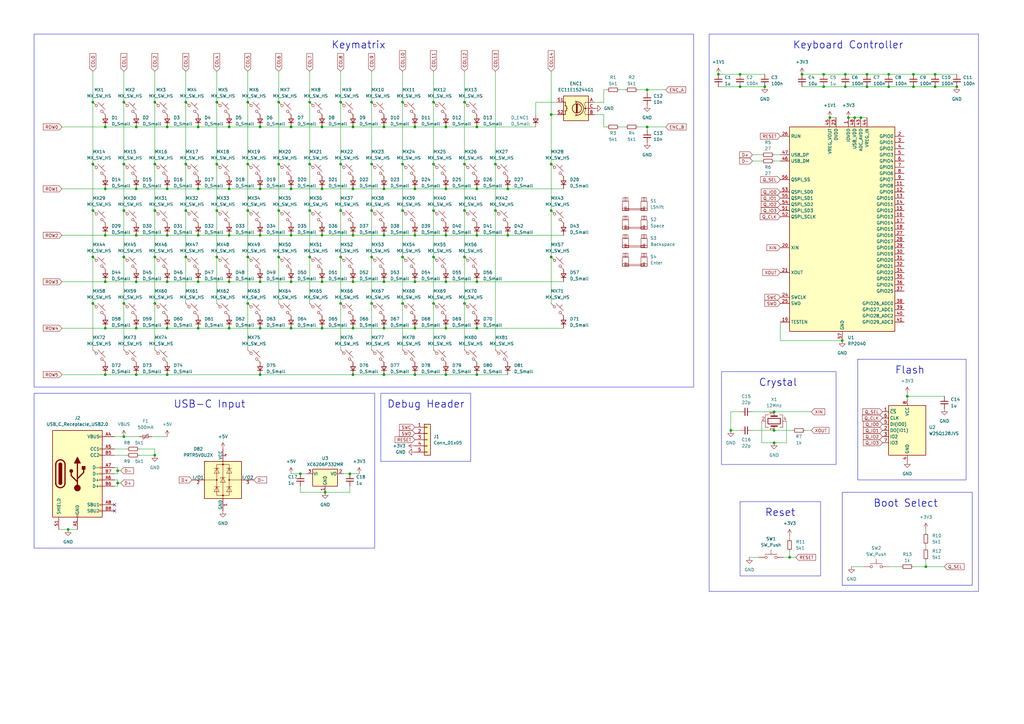
<source format=kicad_sch>
(kicad_sch (version 20230121) (generator eeschema)
  (paper "A3")
  (junction (at 317.5 176.53))
  (junction (at 294.64 30.48))
  (junction (at 303.53 30.48))
  (junction (at 190.5 67.31))
  (junction (at 55.88 96.52))
  (junction (at 195.58 115.57))
  (junction (at 132.08 96.52))
  (junction (at 68.58 77.47))
  (junction (at 50.8 124.46))
  (junction (at 190.5 105.41))
  (junction (at 48.26 193.04))
  (junction (at 337.82 30.48))
  (junction (at 76.2 67.31))
  (junction (at 195.58 77.47))
  (junction (at 68.58 134.62))
  (junction (at 101.6 124.46))
  (junction (at 143.51 194.31))
  (junction (at 182.88 96.52))
  (junction (at 152.4 86.36))
  (junction (at 50.8 179.07))
  (junction (at 182.88 77.47))
  (junction (at 101.6 105.41))
  (junction (at 208.28 96.52))
  (junction (at 374.65 35.56))
  (junction (at 165.1 67.31))
  (junction (at 177.8 67.31))
  (junction (at 340.36 48.26))
  (junction (at 355.6 30.48))
  (junction (at 170.18 153.67))
  (junction (at 106.68 52.07))
  (junction (at 170.18 134.62))
  (junction (at 43.18 77.47))
  (junction (at 303.53 35.56))
  (junction (at 88.9 105.41))
  (junction (at 88.9 41.91))
  (junction (at 50.8 105.41))
  (junction (at 139.7 41.91))
  (junction (at 93.98 96.52))
  (junction (at 383.54 30.48))
  (junction (at 157.48 134.62))
  (junction (at 38.1 105.41))
  (junction (at 139.7 124.46))
  (junction (at 177.8 105.41))
  (junction (at 208.28 77.47))
  (junction (at 345.44 139.7))
  (junction (at 76.2 41.91))
  (junction (at 93.98 134.62))
  (junction (at 88.9 67.31))
  (junction (at 182.88 52.07))
  (junction (at 346.71 30.48))
  (junction (at 299.72 176.53))
  (junction (at 81.28 115.57))
  (junction (at 144.78 77.47))
  (junction (at 38.1 86.36))
  (junction (at 127 105.41))
  (junction (at 203.2 86.36))
  (junction (at 132.08 134.62))
  (junction (at 190.5 41.91))
  (junction (at 139.7 105.41))
  (junction (at 226.06 67.31))
  (junction (at 55.88 52.07))
  (junction (at 157.48 52.07))
  (junction (at 144.78 153.67))
  (junction (at 38.1 67.31))
  (junction (at 355.6 35.56))
  (junction (at 177.8 86.36))
  (junction (at 182.88 134.62))
  (junction (at 88.9 86.36))
  (junction (at 106.68 96.52))
  (junction (at 195.58 52.07))
  (junction (at 93.98 77.47))
  (junction (at 182.88 115.57))
  (junction (at 364.49 35.56))
  (junction (at 170.18 77.47))
  (junction (at 81.28 134.62))
  (junction (at 132.08 115.57))
  (junction (at 119.38 134.62))
  (junction (at 144.78 115.57))
  (junction (at 101.6 67.31))
  (junction (at 170.18 115.57))
  (junction (at 337.82 35.56))
  (junction (at 55.88 134.62))
  (junction (at 190.5 124.46))
  (junction (at 63.5 105.41))
  (junction (at 328.93 30.48))
  (junction (at 177.8 41.91))
  (junction (at 68.58 52.07))
  (junction (at 127 86.36))
  (junction (at 101.6 41.91))
  (junction (at 43.18 134.62))
  (junction (at 68.58 96.52))
  (junction (at 157.48 153.67))
  (junction (at 106.68 153.67))
  (junction (at 379.73 232.41))
  (junction (at 182.88 153.67))
  (junction (at 165.1 41.91))
  (junction (at 76.2 86.36))
  (junction (at 392.43 35.56))
  (junction (at 43.18 52.07))
  (junction (at 119.38 77.47))
  (junction (at 63.5 186.69))
  (junction (at 203.2 67.31))
  (junction (at 170.18 96.52))
  (junction (at 157.48 96.52))
  (junction (at 226.06 86.36))
  (junction (at 55.88 115.57))
  (junction (at 50.8 67.31))
  (junction (at 81.28 52.07))
  (junction (at 127 41.91))
  (junction (at 132.08 52.07))
  (junction (at 177.8 124.46))
  (junction (at 101.6 86.36))
  (junction (at 350.52 48.26))
  (junction (at 195.58 96.52))
  (junction (at 152.4 124.46))
  (junction (at 157.48 77.47))
  (junction (at 106.68 115.57))
  (junction (at 313.69 35.56))
  (junction (at 68.58 153.67))
  (junction (at 63.5 86.36))
  (junction (at 119.38 115.57))
  (junction (at 195.58 134.62))
  (junction (at 50.8 86.36))
  (junction (at 374.65 30.48))
  (junction (at 364.49 30.48))
  (junction (at 144.78 96.52))
  (junction (at 317.5 168.91))
  (junction (at 226.06 105.41))
  (junction (at 347.98 48.26))
  (junction (at 43.18 96.52))
  (junction (at 323.85 228.6))
  (junction (at 139.7 67.31))
  (junction (at 114.3 41.91))
  (junction (at 43.18 153.67))
  (junction (at 63.5 41.91))
  (junction (at 38.1 41.91))
  (junction (at 68.58 115.57))
  (junction (at 93.98 115.57))
  (junction (at 152.4 105.41))
  (junction (at 152.4 67.31))
  (junction (at 383.54 35.56))
  (junction (at 76.2 105.41))
  (junction (at 353.06 48.26))
  (junction (at 190.5 86.36))
  (junction (at 170.18 52.07))
  (junction (at 81.28 77.47))
  (junction (at 114.3 67.31))
  (junction (at 127 67.31))
  (junction (at 372.11 162.56))
  (junction (at 63.5 67.31))
  (junction (at 144.78 52.07))
  (junction (at 114.3 86.36))
  (junction (at 226.06 46.99))
  (junction (at 132.08 77.47))
  (junction (at 157.48 115.57))
  (junction (at 265.43 36.83))
  (junction (at 152.4 41.91))
  (junction (at 55.88 77.47))
  (junction (at 119.38 52.07))
  (junction (at 165.1 86.36))
  (junction (at 119.38 96.52))
  (junction (at 195.58 153.67))
  (junction (at 114.3 105.41))
  (junction (at 165.1 105.41))
  (junction (at 81.28 96.52))
  (junction (at 144.78 134.62))
  (junction (at 63.5 124.46))
  (junction (at 48.26 198.12))
  (junction (at 133.35 201.93))
  (junction (at 43.18 115.57))
  (junction (at 93.98 52.07))
  (junction (at 106.68 134.62))
  (junction (at 27.94 217.17))
  (junction (at 38.1 124.46))
  (junction (at 265.43 52.07))
  (junction (at 55.88 153.67))
  (junction (at 165.1 124.46))
  (junction (at 346.71 35.56))
  (junction (at 139.7 86.36))
  (junction (at 123.19 194.31))
  (junction (at 50.8 41.91))
  (junction (at 106.68 77.47))
  (junction (at 317.5 181.61))
  (no_connect (at 46.99 209.55))
  (no_connect (at 46.99 207.01))
  (wire (pts (xy 114.3 67.31) (xy 114.3 86.36)))
  (wire (pts (xy 46.99 191.77) (xy 48.26 191.77)))
  (wire (pts (xy 261.62 36.83) (xy 265.43 36.83)))
  (wire (pts (xy 247.65 41.91) (xy 243.84 41.91)))
  (wire (pts (xy 38.1 86.36) (xy 38.1 105.41)))
  (wire (pts (xy 132.08 134.62) (xy 144.78 134.62)))
  (wire (pts (xy 127 29.21) (xy 127 41.91)))
  (wire (pts (xy 114.3 105.41) (xy 114.3 124.46)))
  (wire (pts (xy 68.58 153.67) (xy 106.68 153.67)))
  (wire (pts (xy 337.82 35.56) (xy 346.71 35.56)))
  (wire (pts (xy 328.93 35.56) (xy 337.82 35.56)))
  (wire (pts (xy 119.38 77.47) (xy 132.08 77.47)))
  (wire (pts (xy 317.5 176.53) (xy 325.12 176.53)))
  (wire (pts (xy 50.8 124.46) (xy 50.8 143.51)))
  (wire (pts (xy 68.58 77.47) (xy 81.28 77.47)))
  (wire (pts (xy 203.2 67.31) (xy 203.2 86.36)))
  (wire (pts (xy 308.61 63.5) (xy 312.42 63.5)))
  (wire (pts (xy 177.8 41.91) (xy 177.8 67.31)))
  (wire (pts (xy 203.2 86.36) (xy 203.2 143.51)))
  (wire (pts (xy 322.58 172.72) (xy 322.58 181.61)))
  (wire (pts (xy 323.85 226.06) (xy 323.85 228.6)))
  (wire (pts (xy 101.6 41.91) (xy 101.6 67.31)))
  (wire (pts (xy 323.85 219.71) (xy 323.85 220.98)))
  (wire (pts (xy 43.18 96.52) (xy 55.88 96.52)))
  (wire (pts (xy 139.7 41.91) (xy 139.7 67.31)))
  (wire (pts (xy 50.8 67.31) (xy 50.8 86.36)))
  (wire (pts (xy 144.78 77.47) (xy 157.48 77.47)))
  (wire (pts (xy 50.8 29.21) (xy 50.8 41.91)))
  (wire (pts (xy 374.65 35.56) (xy 383.54 35.56)))
  (wire (pts (xy 165.1 67.31) (xy 165.1 86.36)))
  (wire (pts (xy 322.58 181.61) (xy 317.5 181.61)))
  (wire (pts (xy 350.52 48.26) (xy 353.06 48.26)))
  (wire (pts (xy 24.13 217.17) (xy 27.94 217.17)))
  (wire (pts (xy 177.8 67.31) (xy 177.8 86.36)))
  (wire (pts (xy 226.06 105.41) (xy 226.06 124.46)))
  (wire (pts (xy 317.5 66.04) (xy 320.04 66.04)))
  (wire (pts (xy 49.53 193.04) (xy 48.26 193.04)))
  (wire (pts (xy 50.8 86.36) (xy 50.8 105.41)))
  (wire (pts (xy 93.98 134.62) (xy 106.68 134.62)))
  (wire (pts (xy 76.2 67.31) (xy 76.2 86.36)))
  (wire (pts (xy 190.5 41.91) (xy 190.5 67.31)))
  (wire (pts (xy 55.88 96.52) (xy 68.58 96.52)))
  (wire (pts (xy 46.99 194.31) (xy 48.26 194.31)))
  (wire (pts (xy 152.4 29.21) (xy 152.4 41.91)))
  (wire (pts (xy 119.38 52.07) (xy 132.08 52.07)))
  (wire (pts (xy 182.88 96.52) (xy 195.58 96.52)))
  (wire (pts (xy 81.28 96.52) (xy 93.98 96.52)))
  (wire (pts (xy 379.73 229.87) (xy 379.73 232.41)))
  (wire (pts (xy 101.6 105.41) (xy 101.6 124.46)))
  (wire (pts (xy 308.61 168.91) (xy 317.5 168.91)))
  (wire (pts (xy 143.51 199.39) (xy 143.51 201.93)))
  (wire (pts (xy 195.58 115.57) (xy 231.14 115.57)))
  (wire (pts (xy 68.58 52.07) (xy 81.28 52.07)))
  (wire (pts (xy 119.38 96.52) (xy 132.08 96.52)))
  (wire (pts (xy 106.68 115.57) (xy 119.38 115.57)))
  (wire (pts (xy 299.72 176.53) (xy 303.53 176.53)))
  (wire (pts (xy 182.88 115.57) (xy 195.58 115.57)))
  (wire (pts (xy 320.04 139.7) (xy 345.44 139.7)))
  (wire (pts (xy 55.88 77.47) (xy 68.58 77.47)))
  (wire (pts (xy 144.78 96.52) (xy 157.48 96.52)))
  (wire (pts (xy 132.08 96.52) (xy 144.78 96.52)))
  (wire (pts (xy 144.78 134.62) (xy 157.48 134.62)))
  (wire (pts (xy 68.58 96.52) (xy 81.28 96.52)))
  (wire (pts (xy 170.18 115.57) (xy 182.88 115.57)))
  (wire (pts (xy 55.88 134.62) (xy 68.58 134.62)))
  (wire (pts (xy 57.15 186.69) (xy 63.5 186.69)))
  (wire (pts (xy 38.1 124.46) (xy 38.1 143.51)))
  (wire (pts (xy 55.88 115.57) (xy 68.58 115.57)))
  (wire (pts (xy 106.68 153.67) (xy 144.78 153.67)))
  (wire (pts (xy 50.8 105.41) (xy 50.8 124.46)))
  (wire (pts (xy 337.82 30.48) (xy 346.71 30.48)))
  (wire (pts (xy 226.06 29.21) (xy 226.06 46.99)))
  (wire (pts (xy 25.4 77.47) (xy 43.18 77.47)))
  (wire (pts (xy 177.8 124.46) (xy 177.8 143.51)))
  (wire (pts (xy 157.48 96.52) (xy 170.18 96.52)))
  (wire (pts (xy 203.2 29.21) (xy 203.2 67.31)))
  (wire (pts (xy 152.4 86.36) (xy 152.4 105.41)))
  (wire (pts (xy 81.28 77.47) (xy 93.98 77.47)))
  (wire (pts (xy 93.98 77.47) (xy 106.68 77.47)))
  (wire (pts (xy 303.53 35.56) (xy 313.69 35.56)))
  (wire (pts (xy 165.1 124.46) (xy 165.1 143.51)))
  (wire (pts (xy 48.26 198.12) (xy 49.53 198.12)))
  (wire (pts (xy 139.7 124.46) (xy 139.7 143.51)))
  (wire (pts (xy 43.18 134.62) (xy 55.88 134.62)))
  (wire (pts (xy 265.43 36.83) (xy 273.05 36.83)))
  (wire (pts (xy 127 105.41) (xy 127 124.46)))
  (wire (pts (xy 144.78 52.07) (xy 157.48 52.07)))
  (wire (pts (xy 38.1 105.41) (xy 38.1 124.46)))
  (wire (pts (xy 25.4 115.57) (xy 43.18 115.57)))
  (wire (pts (xy 387.35 162.56) (xy 372.11 162.56)))
  (wire (pts (xy 63.5 184.15) (xy 63.5 186.69)))
  (wire (pts (xy 93.98 96.52) (xy 106.68 96.52)))
  (wire (pts (xy 355.6 30.48) (xy 364.49 30.48)))
  (wire (pts (xy 63.5 86.36) (xy 63.5 105.41)))
  (wire (pts (xy 81.28 134.62) (xy 93.98 134.62)))
  (wire (pts (xy 152.4 41.91) (xy 152.4 67.31)))
  (wire (pts (xy 312.42 181.61) (xy 317.5 181.61)))
  (wire (pts (xy 247.65 36.83) (xy 247.65 41.91)))
  (wire (pts (xy 152.4 67.31) (xy 152.4 86.36)))
  (wire (pts (xy 177.8 29.21) (xy 177.8 41.91)))
  (wire (pts (xy 93.98 115.57) (xy 106.68 115.57)))
  (wire (pts (xy 226.06 46.99) (xy 226.06 67.31)))
  (wire (pts (xy 379.73 217.17) (xy 379.73 218.44)))
  (wire (pts (xy 127 67.31) (xy 127 86.36)))
  (wire (pts (xy 114.3 29.21) (xy 114.3 41.91)))
  (wire (pts (xy 119.38 115.57) (xy 132.08 115.57)))
  (wire (pts (xy 349.25 232.41) (xy 354.33 232.41)))
  (wire (pts (xy 43.18 52.07) (xy 55.88 52.07)))
  (wire (pts (xy 127 41.91) (xy 127 67.31)))
  (wire (pts (xy 76.2 86.36) (xy 76.2 105.41)))
  (wire (pts (xy 81.28 52.07) (xy 93.98 52.07)))
  (wire (pts (xy 50.8 179.07) (xy 57.15 179.07)))
  (wire (pts (xy 25.4 52.07) (xy 43.18 52.07)))
  (wire (pts (xy 139.7 86.36) (xy 139.7 105.41)))
  (wire (pts (xy 265.43 36.83) (xy 265.43 38.1)))
  (wire (pts (xy 48.26 191.77) (xy 48.26 193.04)))
  (wire (pts (xy 25.4 134.62) (xy 43.18 134.62)))
  (wire (pts (xy 226.06 67.31) (xy 226.06 86.36)))
  (wire (pts (xy 157.48 134.62) (xy 170.18 134.62)))
  (wire (pts (xy 140.97 194.31) (xy 143.51 194.31)))
  (wire (pts (xy 55.88 153.67) (xy 68.58 153.67)))
  (wire (pts (xy 62.23 179.07) (xy 68.58 179.07)))
  (wire (pts (xy 303.53 168.91) (xy 299.72 168.91)))
  (wire (pts (xy 43.18 115.57) (xy 55.88 115.57)))
  (wire (pts (xy 143.51 201.93) (xy 133.35 201.93)))
  (wire (pts (xy 46.99 199.39) (xy 48.26 199.39)))
  (wire (pts (xy 88.9 29.21) (xy 88.9 41.91)))
  (wire (pts (xy 195.58 134.62) (xy 231.14 134.62)))
  (wire (pts (xy 25.4 153.67) (xy 43.18 153.67)))
  (wire (pts (xy 321.31 228.6) (xy 323.85 228.6)))
  (wire (pts (xy 139.7 29.21) (xy 139.7 41.91)))
  (wire (pts (xy 294.64 35.56) (xy 303.53 35.56)))
  (wire (pts (xy 195.58 52.07) (xy 219.71 52.07)))
  (wire (pts (xy 119.38 134.62) (xy 132.08 134.62)))
  (wire (pts (xy 374.65 30.48) (xy 383.54 30.48)))
  (wire (pts (xy 364.49 30.48) (xy 374.65 30.48)))
  (wire (pts (xy 355.6 35.56) (xy 364.49 35.56)))
  (wire (pts (xy 165.1 41.91) (xy 165.1 67.31)))
  (wire (pts (xy 379.73 232.41) (xy 387.35 232.41)))
  (wire (pts (xy 312.42 172.72) (xy 312.42 181.61)))
  (wire (pts (xy 25.4 96.52) (xy 43.18 96.52)))
  (wire (pts (xy 76.2 29.21) (xy 76.2 41.91)))
  (wire (pts (xy 157.48 153.67) (xy 170.18 153.67)))
  (wire (pts (xy 63.5 41.91) (xy 63.5 67.31)))
  (wire (pts (xy 81.28 115.57) (xy 93.98 115.57)))
  (wire (pts (xy 43.18 153.67) (xy 55.88 153.67)))
  (wire (pts (xy 170.18 77.47) (xy 182.88 77.47)))
  (wire (pts (xy 38.1 29.21) (xy 38.1 41.91)))
  (wire (pts (xy 50.8 41.91) (xy 50.8 67.31)))
  (wire (pts (xy 165.1 29.21) (xy 165.1 41.91)))
  (wire (pts (xy 330.2 176.53) (xy 332.74 176.53)))
  (wire (pts (xy 294.64 30.48) (xy 303.53 30.48)))
  (wire (pts (xy 182.88 134.62) (xy 195.58 134.62)))
  (wire (pts (xy 323.85 228.6) (xy 326.39 228.6)))
  (wire (pts (xy 68.58 134.62) (xy 81.28 134.62)))
  (wire (pts (xy 226.06 86.36) (xy 226.06 105.41)))
  (wire (pts (xy 170.18 96.52) (xy 182.88 96.52)))
  (wire (pts (xy 190.5 67.31) (xy 190.5 86.36)))
  (wire (pts (xy 190.5 124.46) (xy 190.5 143.51)))
  (wire (pts (xy 208.28 96.52) (xy 231.14 96.52)))
  (wire (pts (xy 57.15 184.15) (xy 63.5 184.15)))
  (wire (pts (xy 364.49 232.41) (xy 369.57 232.41)))
  (wire (pts (xy 101.6 29.21) (xy 101.6 41.91)))
  (wire (pts (xy 88.9 41.91) (xy 88.9 67.31)))
  (wire (pts (xy 182.88 52.07) (xy 195.58 52.07)))
  (wire (pts (xy 317.5 63.5) (xy 320.04 63.5)))
  (wire (pts (xy 346.71 30.48) (xy 355.6 30.48)))
  (wire (pts (xy 123.19 194.31) (xy 125.73 194.31)))
  (wire (pts (xy 379.73 223.52) (xy 379.73 224.79)))
  (wire (pts (xy 247.65 52.07) (xy 248.92 52.07)))
  (wire (pts (xy 340.36 48.26) (xy 342.9 48.26)))
  (wire (pts (xy 265.43 52.07) (xy 273.05 52.07)))
  (wire (pts (xy 63.5 124.46) (xy 63.5 143.51)))
  (wire (pts (xy 346.71 35.56) (xy 355.6 35.56)))
  (wire (pts (xy 165.1 86.36) (xy 165.1 105.41)))
  (wire (pts (xy 317.5 168.91) (xy 332.74 168.91)))
  (wire (pts (xy 307.34 228.6) (xy 311.15 228.6)))
  (wire (pts (xy 190.5 29.21) (xy 190.5 41.91)))
  (wire (pts (xy 152.4 105.41) (xy 152.4 124.46)))
  (wire (pts (xy 228.6 41.91) (xy 219.71 41.91)))
  (wire (pts (xy 195.58 153.67) (xy 208.28 153.67)))
  (wire (pts (xy 364.49 35.56) (xy 374.65 35.56)))
  (wire (pts (xy 177.8 86.36) (xy 177.8 105.41)))
  (wire (pts (xy 219.71 41.91) (xy 219.71 46.99)))
  (wire (pts (xy 46.99 186.69) (xy 52.07 186.69)))
  (wire (pts (xy 48.26 196.85) (xy 48.26 198.12)))
  (wire (pts (xy 106.68 77.47) (xy 119.38 77.47)))
  (wire (pts (xy 43.18 77.47) (xy 55.88 77.47)))
  (wire (pts (xy 106.68 96.52) (xy 119.38 96.52)))
  (wire (pts (xy 157.48 115.57) (xy 170.18 115.57)))
  (wire (pts (xy 372.11 162.56) (xy 372.11 163.83)))
  (wire (pts (xy 114.3 41.91) (xy 114.3 67.31)))
  (wire (pts (xy 88.9 67.31) (xy 88.9 86.36)))
  (wire (pts (xy 93.98 52.07) (xy 106.68 52.07)))
  (wire (pts (xy 299.72 168.91) (xy 299.72 176.53)))
  (wire (pts (xy 55.88 52.07) (xy 68.58 52.07)))
  (wire (pts (xy 76.2 41.91) (xy 76.2 67.31)))
  (wire (pts (xy 132.08 115.57) (xy 144.78 115.57)))
  (wire (pts (xy 308.61 176.53) (xy 317.5 176.53)))
  (wire (pts (xy 38.1 41.91) (xy 38.1 67.31)))
  (wire (pts (xy 320.04 132.08) (xy 320.04 139.7)))
  (wire (pts (xy 247.65 46.99) (xy 243.84 46.99)))
  (wire (pts (xy 157.48 77.47) (xy 170.18 77.47)))
  (wire (pts (xy 182.88 153.67) (xy 195.58 153.67)))
  (wire (pts (xy 46.99 196.85) (xy 48.26 196.85)))
  (wire (pts (xy 347.98 48.26) (xy 350.52 48.26)))
  (wire (pts (xy 195.58 77.47) (xy 208.28 77.47)))
  (wire (pts (xy 123.19 199.39) (xy 123.19 201.93)))
  (wire (pts (xy 182.88 77.47) (xy 195.58 77.47)))
  (wire (pts (xy 157.48 52.07) (xy 170.18 52.07)))
  (wire (pts (xy 127 86.36) (xy 127 105.41)))
  (wire (pts (xy 170.18 52.07) (xy 182.88 52.07)))
  (wire (pts (xy 119.38 194.31) (xy 123.19 194.31)))
  (wire (pts (xy 48.26 199.39) (xy 48.26 198.12)))
  (wire (pts (xy 106.68 134.62) (xy 119.38 134.62)))
  (wire (pts (xy 190.5 105.41) (xy 190.5 124.46)))
  (wire (pts (xy 372.11 161.29) (xy 372.11 162.56)))
  (wire (pts (xy 46.99 179.07) (xy 50.8 179.07)))
  (wire (pts (xy 170.18 134.62) (xy 182.88 134.62)))
  (wire (pts (xy 383.54 35.56) (xy 392.43 35.56)))
  (wire (pts (xy 308.61 66.04) (xy 312.42 66.04)))
  (wire (pts (xy 254 36.83) (xy 256.54 36.83)))
  (wire (pts (xy 228.6 46.99) (xy 226.06 46.99)))
  (wire (pts (xy 254 52.07) (xy 256.54 52.07)))
  (wire (pts (xy 101.6 124.46) (xy 101.6 143.51)))
  (wire (pts (xy 261.62 52.07) (xy 265.43 52.07)))
  (wire (pts (xy 38.1 67.31) (xy 38.1 86.36)))
  (wire (pts (xy 170.18 153.67) (xy 182.88 153.67)))
  (wire (pts (xy 88.9 86.36) (xy 88.9 105.41)))
  (wire (pts (xy 383.54 30.48) (xy 392.43 30.48)))
  (wire (pts (xy 114.3 86.36) (xy 114.3 105.41)))
  (wire (pts (xy 177.8 105.41) (xy 177.8 124.46)))
  (wire (pts (xy 165.1 105.41) (xy 165.1 124.46)))
  (wire (pts (xy 139.7 105.41) (xy 139.7 124.46)))
  (wire (pts (xy 143.51 194.31) (xy 147.32 194.31)))
  (wire (pts (xy 63.5 105.41) (xy 63.5 124.46)))
  (wire (pts (xy 63.5 67.31) (xy 63.5 86.36)))
  (wire (pts (xy 144.78 115.57) (xy 157.48 115.57)))
  (wire (pts (xy 144.78 153.67) (xy 157.48 153.67)))
  (wire (pts (xy 63.5 29.21) (xy 63.5 41.91)))
  (wire (pts (xy 101.6 86.36) (xy 101.6 105.41)))
  (wire (pts (xy 46.99 184.15) (xy 52.07 184.15)))
  (wire (pts (xy 353.06 48.26) (xy 355.6 48.26)))
  (wire (pts (xy 68.58 115.57) (xy 81.28 115.57)))
  (wire (pts (xy 139.7 67.31) (xy 139.7 86.36)))
  (wire (pts (xy 328.93 30.48) (xy 337.82 30.48)))
  (wire (pts (xy 247.65 52.07) (xy 247.65 46.99)))
  (wire (pts (xy 101.6 67.31) (xy 101.6 86.36)))
  (wire (pts (xy 106.68 52.07) (xy 119.38 52.07)))
  (wire (pts (xy 303.53 30.48) (xy 313.69 30.48)))
  (wire (pts (xy 76.2 105.41) (xy 76.2 124.46)))
  (wire (pts (xy 48.26 194.31) (xy 48.26 193.04)))
  (wire (pts (xy 374.65 232.41) (xy 379.73 232.41)))
  (wire (pts (xy 195.58 96.52) (xy 208.28 96.52)))
  (wire (pts (xy 123.19 201.93) (xy 133.35 201.93)))
  (wire (pts (xy 132.08 52.07) (xy 144.78 52.07)))
  (wire (pts (xy 88.9 105.41) (xy 88.9 124.46)))
  (wire (pts (xy 265.43 52.07) (xy 265.43 53.34)))
  (wire (pts (xy 208.28 77.47) (xy 231.14 77.47)))
  (wire (pts (xy 132.08 77.47) (xy 144.78 77.47)))
  (wire (pts (xy 190.5 86.36) (xy 190.5 105.41)))
  (wire (pts (xy 31.75 217.17) (xy 27.94 217.17)))
  (wire (pts (xy 247.65 36.83) (xy 248.92 36.83)))
  (wire (pts (xy 152.4 124.46) (xy 152.4 143.51)))
  (rectangle (start 13.97 13.97) (end 284.48 158.75))
  (rectangle (start 290.83 13.97) (end 401.32 242.57))
  (rectangle (start 345.44 201.93) (end 398.78 240.03))
  (rectangle (start 13.97 161.29) (end 153.67 224.79))
  (rectangle (start 303.53 205.74) (end 336.55 236.22))
  (rectangle (start 156.21 161.29) (end 193.04 189.23))
  (rectangle (start 295.91 152.4) (end 342.9 190.5))
  (rectangle (start 351.79 147.32) (end 396.24 196.85))
  (text "Keymatrix" (at 135.89 20.32 0) (effects (font (size 3 3) (thickness 0.254) bold) (justify left bottom)))
  (text "Boot Select" (at 358.14 208.28 0) (effects (font (size 3 3) (thickness 0.254) bold) (justify left bottom)))
  (text "Reset" (at 313.69 212.09 0) (effects (font (size 3 3) (thickness 0.254) bold) (justify left bottom)))
  (text "Crystal" (at 311.15 158.75 0) (effects (font (size 3 3) (thickness 0.254) bold) (justify left bottom)))
  (text "Keyboard Controller" (at 325.12 20.32 0) (effects (font (size 3 3) (thickness 0.254) bold) (justify left bottom)))
  (text "Debug Header" (at 158.75 167.64 0) (effects (font (size 3 3) (thickness 0.254) bold) (justify left bottom)))
  (text "Flash" (at 367.03 153.67 0) (effects (font (size 3 3) (thickness 0.254) bold) (justify left bottom)))
  (text "USB-C Input" (at 71.12 167.64 0) (effects (font (size 3 3) (thickness 0.254) bold) (justify left bottom)))
  (global_label "D+" (shape input) (at 49.53 198.12 0) (property "Intersheetrefs" "${INTERSHEET_REFS}" (effects hide)))
  (global_label "Q_SEL" (shape input) (at 387.35 232.41 0) (property "Intersheetrefs" "${INTERSHEET_REFS}" (effects hide)))
  (global_label "D-" (shape input) (at 49.53 193.04 0) (property "Intersheetrefs" "${INTERSHEET_REFS}" (effects hide)))
  (global_label "COL14" (shape input) (at 226.06 29.21 90) (property "Intersheetrefs" "${INTERSHEET_REFS}" (effects hide)))
  (global_label "COL12" (shape input) (at 190.5 29.21 90) (property "Intersheetrefs" "${INTERSHEET_REFS}" (effects hide)))
  (global_label "Q_IO2" (shape input) (at 361.95 179.07 180) (property "Intersheetrefs" "${INTERSHEET_REFS}" (effects hide)))
  (global_label "XIN" (shape input) (at 332.74 168.91 0) (property "Intersheetrefs" "${INTERSHEET_REFS}" (effects hide)))
  (global_label "XOUT" (shape input) (at 332.74 176.53 0) (property "Intersheetrefs" "${INTERSHEET_REFS}" (effects hide)))
  (global_label "COL8" (shape input) (at 139.7 29.21 90) (property "Intersheetrefs" "${INTERSHEET_REFS}" (effects hide)))
  (global_label "Q_IO1" (shape input) (at 361.95 176.53 180) (property "Intersheetrefs" "${INTERSHEET_REFS}" (effects hide)))
  (global_label "XIN" (shape input) (at 320.04 101.6 180) (property "Intersheetrefs" "${INTERSHEET_REFS}" (effects hide)))
  (global_label "SWD" (shape input) (at 320.04 124.46 180) (property "Intersheetrefs" "${INTERSHEET_REFS}" (effects hide)))
  (global_label "D+" (shape input) (at 78.74 196.85 180) (property "Intersheetrefs" "${INTERSHEET_REFS}" (effects hide)))
  (global_label "ROW0" (shape input) (at 25.4 52.07 180) (property "Intersheetrefs" "${INTERSHEET_REFS}" (effects hide)))
  (global_label "XOUT" (shape input) (at 320.04 111.76 180) (property "Intersheetrefs" "${INTERSHEET_REFS}" (effects hide)))
  (global_label "RESET" (shape input) (at 326.39 228.6 0) (property "Intersheetrefs" "${INTERSHEET_REFS}" (effects hide)))
  (global_label "COL5" (shape input) (at 101.6 29.21 90) (property "Intersheetrefs" "${INTERSHEET_REFS}" (effects hide)))
  (global_label "SWC" (shape input) (at 320.04 121.92 180) (property "Intersheetrefs" "${INTERSHEET_REFS}" (effects hide)))
  (global_label "Q_IO3" (shape input) (at 361.95 181.61 180) (property "Intersheetrefs" "${INTERSHEET_REFS}" (effects hide)))
  (global_label "Q_CLK" (shape input) (at 361.95 171.45 180) (property "Intersheetrefs" "${INTERSHEET_REFS}" (effects hide)))
  (global_label "ROW5" (shape input) (at 25.4 153.67 180) (property "Intersheetrefs" "${INTERSHEET_REFS}" (effects hide)))
  (global_label "ROW2" (shape input) (at 25.4 96.52 180) (property "Intersheetrefs" "${INTERSHEET_REFS}" (effects hide)))
  (global_label "ROW1" (shape input) (at 25.4 77.47 180) (property "Intersheetrefs" "${INTERSHEET_REFS}" (effects hide)))
  (global_label "Q_IO2" (shape input) (at 320.04 83.82 180) (property "Intersheetrefs" "${INTERSHEET_REFS}" (effects hide)))
  (global_label "COL2" (shape input) (at 63.5 29.21 90) (property "Intersheetrefs" "${INTERSHEET_REFS}" (effects hide)))
  (global_label "Q_CLK" (shape input) (at 320.04 88.9 180) (property "Intersheetrefs" "${INTERSHEET_REFS}" (effects hide)))
  (global_label "Q_SEL" (shape input) (at 361.95 168.91 180) (property "Intersheetrefs" "${INTERSHEET_REFS}" (effects hide)))
  (global_label "COL10" (shape input) (at 165.1 29.21 90) (property "Intersheetrefs" "${INTERSHEET_REFS}" (effects hide)))
  (global_label "COL11" (shape input) (at 177.8 29.21 90) (property "Intersheetrefs" "${INTERSHEET_REFS}" (effects hide)))
  (global_label "D+" (shape input) (at 308.61 63.5 180) (property "Intersheetrefs" "${INTERSHEET_REFS}" (effects hide)))
  (global_label "ROW3" (shape input) (at 25.4 115.57 180) (property "Intersheetrefs" "${INTERSHEET_REFS}" (effects hide)))
  (global_label "D-" (shape input) (at 308.61 66.04 180) (property "Intersheetrefs" "${INTERSHEET_REFS}" (effects hide)))
  (global_label "ENC_B" (shape input) (at 273.05 52.07 0) (property "Intersheetrefs" "${INTERSHEET_REFS}" (effects hide)))
  (global_label "COL0" (shape input) (at 38.1 29.21 90) (property "Intersheetrefs" "${INTERSHEET_REFS}" (effects hide)))
  (global_label "D-" (shape input) (at 104.14 196.85 0) (property "Intersheetrefs" "${INTERSHEET_REFS}" (effects hide)))
  (global_label "COL6" (shape input) (at 114.3 29.21 90) (property "Intersheetrefs" "${INTERSHEET_REFS}" (effects hide)))
  (global_label "ENC_A" (shape input) (at 273.05 36.83 0) (property "Intersheetrefs" "${INTERSHEET_REFS}" (effects hide)))
  (global_label "COL13" (shape input) (at 203.2 29.21 90) (property "Intersheetrefs" "${INTERSHEET_REFS}" (effects hide)))
  (global_label "RESET" (shape input) (at 320.04 55.88 180) (property "Intersheetrefs" "${INTERSHEET_REFS}" (effects hide)))
  (global_label "Q_SEL" (shape input) (at 320.04 73.66 180) (property "Intersheetrefs" "${INTERSHEET_REFS}" (effects hide)))
  (global_label "COL3" (shape input) (at 76.2 29.21 90) (property "Intersheetrefs" "${INTERSHEET_REFS}" (effects hide)))
  (global_label "RESET" (shape input) (at 170.18 180.34 180) (property "Intersheetrefs" "${INTERSHEET_REFS}" (effects hide)))
  (global_label "COL9" (shape input) (at 152.4 29.21 90) (property "Intersheetrefs" "${INTERSHEET_REFS}" (effects hide)))
  (global_label "ROW4" (shape input) (at 25.4 134.62 180) (property "Intersheetrefs" "${INTERSHEET_REFS}" (effects hide)))
  (global_label "SWD" (shape input) (at 170.18 177.8 180) (property "Intersheetrefs" "${INTERSHEET_REFS}" (effects hide)))
  (global_label "COL7" (shape input) (at 127 29.21 90) (property "Intersheetrefs" "${INTERSHEET_REFS}" (effects hide)))
  (global_label "Q_IO0" (shape input) (at 361.95 173.99 180) (property "Intersheetrefs" "${INTERSHEET_REFS}" (effects hide)))
  (global_label "Q_IO0" (shape input) (at 320.04 78.74 180) (property "Intersheetrefs" "${INTERSHEET_REFS}" (effects hide)))
  (global_label "COL1" (shape input) (at 50.8 29.21 90) (property "Intersheetrefs" "${INTERSHEET_REFS}" (effects hide)))
  (global_label "SWC" (shape input) (at 170.18 175.26 180) (property "Intersheetrefs" "${INTERSHEET_REFS}" (effects hide)))
  (global_label "Q_IO1" (shape input) (at 320.04 81.28 180) (property "Intersheetrefs" "${INTERSHEET_REFS}" (effects hide)))
  (global_label "Q_IO3" (shape input) (at 320.04 86.36 180) (property "Intersheetrefs" "${INTERSHEET_REFS}" (effects hide)))
  (global_label "COL4" (shape input) (at 88.9 29.21 90) (property "Intersheetrefs" "${INTERSHEET_REFS}" (effects hide)))
  (symbol (lib_id "Device:D_Small") (at 119.38 93.98 90) (unit 1)
    (property "Reference" "D35" (at 121.92 92.71 90) (effects (justify right)))
    (property "Value" "D_Small" (at 121.92 95.25 90) (effects (justify right)))
    (property "Footprint" "Diode_SMD:D_SOD-123" (effects hide))
    (property "Sim.Device" "D" (effects hide))
    (property "Sim.Pins" "1=K 2=A" (effects hide))
  )
  (symbol (lib_id "PCM_marbastlib-mx:MX_SW_HS") (at 167.64 88.9 0) (unit 1)
    (property "Reference" "MX39" (at 167.64 81.28 0))
    (property "Value" "MX_SW_HS" (at 167.64 83.82 0))
    (property "Footprint" "PCM_marbastlib-mx:SW_MX_HS_1u" (effects hide))
  )
  (symbol (lib_id "Device:D_Small") (at 195.58 151.13 90) (unit 1)
    (property "Reference" "D80" (at 198.12 149.86 90) (effects (justify right)))
    (property "Value" "D_Small" (at 198.12 152.4 90) (effects (justify right)))
    (property "Footprint" "Diode_SMD:D_SOD-123" (effects hide))
    (property "Sim.Device" "D" (effects hide))
    (property "Sim.Pins" "1=K 2=A" (effects hide))
  )
  (symbol (lib_id "Device:D_Small") (at 157.48 113.03 90) (unit 1)
    (property "Reference" "D53" (at 160.02 111.76 90) (effects (justify right)))
    (property "Value" "D_Small" (at 160.02 114.3 90) (effects (justify right)))
    (property "Footprint" "Diode_SMD:D_SOD-123" (effects hide))
    (property "Sim.Device" "D" (effects hide))
    (property "Sim.Pins" "1=K 2=A" (effects hide))
  )
  (symbol (lib_id "PCM_marbastlib-mx:MX_SW_HS") (at 142.24 127 0) (unit 1)
    (property "Reference" "MX66" (at 142.24 119.38 0))
    (property "Value" "MX_SW_HS" (at 142.24 121.92 0))
    (property "Footprint" "PCM_marbastlib-mx:SW_MX_HS_1u" (effects hide))
  )
  (symbol (lib_id "Device:D_Small") (at 55.88 74.93 90) (unit 1)
    (property "Reference" "D15" (at 58.42 73.66 90) (effects (justify right)))
    (property "Value" "D_Small" (at 58.42 76.2 90) (effects (justify right)))
    (property "Footprint" "Diode_SMD:D_SOD-123" (effects hide))
    (property "Sim.Device" "D" (effects hide))
    (property "Sim.Pins" "1=K 2=A" (effects hide))
  )
  (symbol (lib_id "Device:R_Small") (at 314.96 63.5 90) (unit 1)
    (property "Reference" "R5" (at 314.96 58.42 90))
    (property "Value" "27" (at 314.96 60.96 90))
    (property "Footprint" "Resistor_SMD:R_0402_1005Metric" (effects hide))
  )
  (symbol (lib_id "Device:D_Small") (at 144.78 93.98 90) (unit 1)
    (property "Reference" "D37" (at 147.32 92.71 90) (effects (justify right)))
    (property "Value" "D_Small" (at 147.32 95.25 90) (effects (justify right)))
    (property "Footprint" "Diode_SMD:D_SOD-123" (effects hide))
    (property "Sim.Device" "D" (effects hide))
    (property "Sim.Pins" "1=K 2=A" (effects hide))
  )
  (symbol (lib_id "power:+3V3") (at 379.73 217.17 0) (unit 1)
    (property "Reference" "#PWR026" (effects hide))
    (property "Value" "+3V3" (at 379.73 212.09 0))
  )
  (symbol (lib_id "power:GND") (at 345.44 139.7 0) (unit 1)
    (property "Reference" "#PWR010" (effects hide))
    (property "Value" "GND" (at 345.44 144.78 0))
  )
  (symbol (lib_id "Device:D_Small") (at 170.18 49.53 90) (unit 1)
    (property "Reference" "D11" (at 172.72 48.26 90) (effects (justify right)))
    (property "Value" "D_Small" (at 172.72 50.8 90) (effects (justify right)))
    (property "Footprint" "Diode_SMD:D_SOD-123" (effects hide))
    (property "Sim.Device" "D" (effects hide))
    (property "Sim.Pins" "1=K 2=A" (effects hide))
  )
  (symbol (lib_id "PCM_marbastlib-mx:MX_SW_HS") (at 78.74 69.85 0) (unit 1)
    (property "Reference" "MX17" (at 78.74 62.23 0))
    (property "Value" "MX_SW_HS" (at 78.74 64.77 0))
    (property "Footprint" "PCM_marbastlib-mx:SW_MX_HS_1u" (effects hide))
  )
  (symbol (lib_id "PCM_marbastlib-mx:MX_stab") (at 260.35 91.44 0) (unit 1)
    (property "Reference" "S2" (at 266.7 90.043 0) (effects (justify left)))
    (property "Value" "Space" (at 266.7 92.583 0) (effects (justify left)))
    (property "Footprint" "PCM_marbastlib-mx:STAB_MX_P_6.25u" (effects hide))
  )
  (symbol (lib_id "Device:R_Small") (at 251.46 36.83 90) (unit 1)
    (property "Reference" "R1" (at 251.46 31.75 90))
    (property "Value" "5k1" (at 251.46 34.29 90))
    (property "Footprint" "Resistor_SMD:R_0402_1005Metric" (effects hide))
  )
  (symbol (lib_id "PCM_marbastlib-mx:MX_SW_HS") (at 129.54 44.45 0) (unit 1)
    (property "Reference" "MX8" (at 129.54 36.83 0))
    (property "Value" "MX_SW_HS" (at 129.54 39.37 0))
    (property "Footprint" "PCM_marbastlib-mx:SW_MX_HS_1u" (effects hide))
  )
  (symbol (lib_id "Device:D_Small") (at 170.18 151.13 90) (unit 1)
    (property "Reference" "D78" (at 172.72 149.86 90) (effects (justify right)))
    (property "Value" "D_Small" (at 172.72 152.4 90) (effects (justify right)))
    (property "Footprint" "Diode_SMD:D_SOD-123" (effects hide))
    (property "Sim.Device" "D" (effects hide))
    (property "Sim.Pins" "1=K 2=A" (effects hide))
  )
  (symbol (lib_id "Device:D_Small") (at 219.71 49.53 90) (unit 1)
    (property "Reference" "D_ENC1" (at 209.55 48.26 90) (effects (justify right)))
    (property "Value" "D_Small" (at 209.55 50.8 90) (effects (justify right)))
    (property "Footprint" "Diode_SMD:D_SOD-123" (effects hide))
    (property "Sim.Device" "D" (effects hide))
    (property "Sim.Pins" "1=K 2=A" (effects hide))
  )
  (symbol (lib_id "power:GND") (at 243.84 44.45 90) (mirror x) (unit 1)
    (property "Reference" "#PWR06" (effects hide))
    (property "Value" "GND" (at 247.65 44.45 90) (effects (justify right)))
  )
  (symbol (lib_id "PCM_marbastlib-mx:MX_SW_HS") (at 129.54 69.85 0) (unit 1)
    (property "Reference" "MX21" (at 129.54 62.23 0))
    (property "Value" "MX_SW_HS" (at 129.54 64.77 0))
    (property "Footprint" "PCM_marbastlib-mx:SW_MX_HS_1u" (effects hide))
  )
  (symbol (lib_id "PCM_marbastlib-mx:MX_SW_HS") (at 78.74 88.9 0) (unit 1)
    (property "Reference" "MX32" (at 78.74 81.28 0))
    (property "Value" "MX_SW_HS" (at 78.74 83.82 0))
    (property "Footprint" "PCM_marbastlib-mx:SW_MX_HS_1u" (effects hide))
  )
  (symbol (lib_id "Device:R_Small") (at 379.73 220.98 0) (unit 1)
    (property "Reference" "R10" (at 382.27 219.71 0) (effects (justify left)))
    (property "Value" "5k1" (at 382.27 222.25 0) (effects (justify left)))
    (property "Footprint" "Resistor_SMD:R_0402_1005Metric" (effects hide))
  )
  (symbol (lib_id "PCM_marbastlib-mx:MX_SW_HS") (at 78.74 127 0) (unit 1)
    (property "Reference" "MX61" (at 78.74 119.38 0))
    (property "Value" "MX_SW_HS" (at 78.74 121.92 0))
    (property "Footprint" "PCM_marbastlib-mx:SW_MX_HS_1u" (effects hide))
  )
  (symbol (lib_id "PCM_marbastlib-mx:MX_SW_HS") (at 180.34 107.95 0) (unit 1)
    (property "Reference" "MX55" (at 180.34 100.33 0))
    (property "Value" "MX_SW_HS" (at 180.34 102.87 0))
    (property "Footprint" "PCM_marbastlib-mx:SW_MX_HS_1u" (effects hide))
  )
  (symbol (lib_id "PCM_marbastlib-mx:MX_SW_HS") (at 154.94 88.9 0) (unit 1)
    (property "Reference" "MX38" (at 154.94 81.28 0))
    (property "Value" "MX_SW_HS" (at 154.94 83.82 0))
    (property "Footprint" "PCM_marbastlib-mx:SW_MX_HS_1u" (effects hide))
  )
  (symbol (lib_id "PCM_marbastlib-mx:MX_SW_HS") (at 66.04 146.05 0) (unit 1)
    (property "Reference" "MX74" (at 66.04 138.43 0))
    (property "Value" "MX_SW_HS" (at 66.04 140.97 0))
    (property "Footprint" "PCM_marbastlib-mx:SW_MX_HS_1.25u" (effects hide))
  )
  (symbol (lib_id "PCM_marbastlib-mx:MX_SW_HS") (at 228.6 107.95 0) (unit 1)
    (property "Reference" "MX57" (at 228.6 100.33 0))
    (property "Value" "MX_SW_HS" (at 228.6 102.87 0))
    (property "Footprint" "PCM_marbastlib-mx:SW_MX_HS_1u" (effects hide))
  )
  (symbol (lib_id "Device:D_Small") (at 195.58 132.08 90) (unit 1)
    (property "Reference" "D70" (at 198.12 130.81 90) (effects (justify right)))
    (property "Value" "D_Small" (at 198.12 133.35 90) (effects (justify right)))
    (property "Footprint" "Diode_SMD:D_SOD-123" (effects hide))
    (property "Sim.Device" "D" (effects hide))
    (property "Sim.Pins" "1=K 2=A" (effects hide))
  )
  (symbol (lib_id "Device:D_Small") (at 119.38 132.08 90) (unit 1)
    (property "Reference" "D64" (at 121.92 130.81 90) (effects (justify right)))
    (property "Value" "D_Small" (at 121.92 133.35 90) (effects (justify right)))
    (property "Footprint" "Diode_SMD:D_SOD-123" (effects hide))
    (property "Sim.Device" "D" (effects hide))
    (property "Sim.Pins" "1=K 2=A" (effects hide))
  )
  (symbol (lib_id "Device:D_Small") (at 68.58 151.13 90) (unit 1)
    (property "Reference" "D74" (at 71.12 149.86 90) (effects (justify right)))
    (property "Value" "D_Small" (at 71.12 152.4 90) (effects (justify right)))
    (property "Footprint" "Diode_SMD:D_SOD-123" (effects hide))
    (property "Sim.Device" "D" (effects hide))
    (property "Sim.Pins" "1=K 2=A" (effects hide))
  )
  (symbol (lib_id "Device:C_Small") (at 374.65 33.02 0) (unit 1)
    (property "Reference" "C9" (at 377.19 31.7563 0) (effects (justify left)))
    (property "Value" "100n" (at 377.19 34.2963 0) (effects (justify left)))
    (property "Footprint" "Capacitor_SMD:C_0402_1005Metric" (effects hide))
  )
  (symbol (lib_id "power:+3V3") (at 323.85 219.71 0) (unit 1)
    (property "Reference" "#PWR027" (effects hide))
    (property "Value" "+3V3" (at 323.85 214.63 0))
  )
  (symbol (lib_id "Device:D_Small") (at 106.68 151.13 90) (unit 1)
    (property "Reference" "D75" (at 109.22 149.86 90) (effects (justify right)))
    (property "Value" "D_Small" (at 109.22 152.4 90) (effects (justify right)))
    (property "Footprint" "Diode_SMD:D_SOD-123" (effects hide))
    (property "Sim.Device" "D" (effects hide))
    (property "Sim.Pins" "1=K 2=A" (effects hide))
  )
  (symbol (lib_id "PCM_marbastlib-mx:MX_SW_HS") (at 154.94 146.05 0) (unit 1)
    (property "Reference" "MX77" (at 154.94 138.43 0))
    (property "Value" "MX_SW_HS" (at 154.94 140.97 0))
    (property "Footprint" "PCM_marbastlib-mx:SW_MX_HS_1u" (effects hide))
  )
  (symbol (lib_id "Device:D_Small") (at 119.38 113.03 90) (unit 1)
    (property "Reference" "D50" (at 121.92 111.76 90) (effects (justify right)))
    (property "Value" "D_Small" (at 121.92 114.3 90) (effects (justify right)))
    (property "Footprint" "Diode_SMD:D_SOD-123" (effects hide))
    (property "Sim.Device" "D" (effects hide))
    (property "Sim.Pins" "1=K 2=A" (effects hide))
  )
  (symbol (lib_id "Device:D_Small") (at 93.98 49.53 90) (unit 1)
    (property "Reference" "D5" (at 96.52 48.26 90) (effects (justify right)))
    (property "Value" "D_Small" (at 96.52 50.8 90) (effects (justify right)))
    (property "Footprint" "Diode_SMD:D_SOD-123" (effects hide))
    (property "Sim.Device" "D" (effects hide))
    (property "Sim.Pins" "1=K 2=A" (effects hide))
  )
  (symbol (lib_id "Device:D_Small") (at 43.18 49.53 90) (unit 1)
    (property "Reference" "D1" (at 45.72 48.26 90) (effects (justify right)))
    (property "Value" "D_Small" (at 45.72 50.8 90) (effects (justify right)))
    (property "Footprint" "Diode_SMD:D_SOD-123" (effects hide))
    (property "Sim.Device" "D" (effects hide))
    (property "Sim.Pins" "1=K 2=A" (effects hide))
  )
  (symbol (lib_id "Device:D_Small") (at 81.28 132.08 90) (unit 1)
    (property "Reference" "D61" (at 83.82 130.81 90) (effects (justify right)))
    (property "Value" "D_Small" (at 83.82 133.35 90) (effects (justify right)))
    (property "Footprint" "Diode_SMD:D_SOD-123" (effects hide))
    (property "Sim.Device" "D" (effects hide))
    (property "Sim.Pins" "1=K 2=A" (effects hide))
  )
  (symbol (lib_id "Device:C_Small") (at 143.51 196.85 0) (unit 1)
    (property "Reference" "C18" (at 146.05 195.58 0) (effects (justify left)))
    (property "Value" "1u" (at 146.05 198.12 0) (effects (justify left)))
    (property "Footprint" "Capacitor_SMD:C_0402_1005Metric" (effects hide))
  )
  (symbol (lib_id "Device:D_Small") (at 182.88 74.93 90) (unit 1)
    (property "Reference" "D25" (at 185.42 73.66 90) (effects (justify right)))
    (property "Value" "D_Small" (at 185.42 76.2 90) (effects (justify right)))
    (property "Footprint" "Diode_SMD:D_SOD-123" (effects hide))
    (property "Sim.Device" "D" (effects hide))
    (property "Sim.Pins" "1=K 2=A" (effects hide))
  )
  (symbol (lib_id "PCM_marbastlib-mx:MX_SW_HS") (at 104.14 88.9 0) (unit 1)
    (property "Reference" "MX34" (at 104.14 81.28 0))
    (property "Value" "MX_SW_HS" (at 104.14 83.82 0))
    (property "Footprint" "PCM_marbastlib-mx:SW_MX_HS_1u" (effects hide))
  )
  (symbol (lib_id "power:GND") (at 170.18 185.42 270) (unit 1)
    (property "Reference" "#PWR019" (effects hide))
    (property "Value" "GND" (at 166.37 185.42 90) (effects (justify right)))
  )
  (symbol (lib_id "Device:C_Small") (at 346.71 33.02 0) (unit 1)
    (property "Reference" "C6" (at 349.25 31.7563 0) (effects (justify left)))
    (property "Value" "100n" (at 349.25 34.2963 0) (effects (justify left)))
    (property "Footprint" "Capacitor_SMD:C_0402_1005Metric" (effects hide))
  )
  (symbol (lib_id "PCM_marbastlib-mx:MX_SW_HS") (at 142.24 69.85 0) (unit 1)
    (property "Reference" "MX22" (at 142.24 62.23 0))
    (property "Value" "MX_SW_HS" (at 142.24 64.77 0))
    (property "Footprint" "PCM_marbastlib-mx:SW_MX_HS_1u" (effects hide))
  )
  (symbol (lib_id "Device:D_Small") (at 132.08 93.98 90) (unit 1)
    (property "Reference" "D36" (at 134.62 92.71 90) (effects (justify right)))
    (property "Value" "D_Small" (at 134.62 95.25 90) (effects (justify right)))
    (property "Footprint" "Diode_SMD:D_SOD-123" (effects hide))
    (property "Sim.Device" "D" (effects hide))
    (property "Sim.Pins" "1=K 2=A" (effects hide))
  )
  (symbol (lib_id "Device:D_Small") (at 106.68 49.53 90) (unit 1)
    (property "Reference" "D6" (at 109.22 48.26 90) (effects (justify right)))
    (property "Value" "D_Small" (at 109.22 50.8 90) (effects (justify right)))
    (property "Footprint" "Diode_SMD:D_SOD-123" (effects hide))
    (property "Sim.Device" "D" (effects hide))
    (property "Sim.Pins" "1=K 2=A" (effects hide))
  )
  (symbol (lib_id "power:GND") (at 91.44 209.55 0) (unit 1)
    (property "Reference" "#PWR030" (effects hide))
    (property "Value" "GND" (at 91.44 214.63 0))
  )
  (symbol (lib_id "Device:D_Small") (at 93.98 113.03 90) (unit 1)
    (property "Reference" "D48" (at 96.52 111.76 90) (effects (justify right)))
    (property "Value" "D_Small" (at 96.52 114.3 90) (effects (justify right)))
    (property "Footprint" "Diode_SMD:D_SOD-123" (effects hide))
    (property "Sim.Device" "D" (effects hide))
    (property "Sim.Pins" "1=K 2=A" (effects hide))
  )
  (symbol (lib_id "Device:D_Small") (at 208.28 151.13 90) (unit 1)
    (property "Reference" "D81" (at 210.82 149.86 90) (effects (justify right)))
    (property "Value" "D_Small" (at 210.82 152.4 90) (effects (justify right)))
    (property "Footprint" "Diode_SMD:D_SOD-123" (effects hide))
    (property "Sim.Device" "D" (effects hide))
    (property "Sim.Pins" "1=K 2=A" (effects hide))
  )
  (symbol (lib_id "Device:D_Small") (at 157.48 74.93 90) (unit 1)
    (property "Reference" "D23" (at 160.02 73.66 90) (effects (justify right)))
    (property "Value" "D_Small" (at 160.02 76.2 90) (effects (justify right)))
    (property "Footprint" "Diode_SMD:D_SOD-123" (effects hide))
    (property "Sim.Device" "D" (effects hide))
    (property "Sim.Pins" "1=K 2=A" (effects hide))
  )
  (symbol (lib_id "Device:D_Small") (at 119.38 49.53 90) (unit 1)
    (property "Reference" "D7" (at 121.92 48.26 90) (effects (justify right)))
    (property "Value" "D_Small" (at 121.92 50.8 90) (effects (justify right)))
    (property "Footprint" "Diode_SMD:D_SOD-123" (effects hide))
    (property "Sim.Device" "D" (effects hide))
    (property "Sim.Pins" "1=K 2=A" (effects hide))
  )
  (symbol (lib_id "PCM_marbastlib-mx:MX_SW_HS") (at 228.6 69.85 0) (unit 1)
    (property "Reference" "MX28" (at 228.6 62.23 0))
    (property "Value" "MX_SW_HS" (at 228.6 64.77 0))
    (property "Footprint" "PCM_marbastlib-mx:SW_MX_HS_1u" (effects hide))
  )
  (symbol (lib_id "Device:D_Small") (at 157.48 151.13 90) (unit 1)
    (property "Reference" "D77" (at 160.02 149.86 90) (effects (justify right)))
    (property "Value" "D_Small" (at 160.02 152.4 90) (effects (justify right)))
    (property "Footprint" "Diode_SMD:D_SOD-123" (effects hide))
    (property "Sim.Device" "D" (effects hide))
    (property "Sim.Pins" "1=K 2=A" (effects hide))
  )
  (symbol (lib_id "PCM_marbastlib-mx:MX_SW_HS") (at 116.84 127 0) (unit 1)
    (property "Reference" "MX64" (at 116.84 119.38 0))
    (property "Value" "MX_SW_HS" (at 116.84 121.92 0))
    (property "Footprint" "PCM_marbastlib-mx:SW_MX_HS_1u" (effects hide))
  )
  (symbol (lib_id "Device:D_Small") (at 195.58 74.93 90) (unit 1)
    (property "Reference" "D26" (at 198.12 73.66 90) (effects (justify right)))
    (property "Value" "D_Small" (at 198.12 76.2 90) (effects (justify right)))
    (property "Footprint" "Diode_SMD:D_SOD-123" (effects hide))
    (property "Sim.Device" "D" (effects hide))
    (property "Sim.Pins" "1=K 2=A" (effects hide))
  )
  (symbol (lib_id "PCM_marbastlib-mx:MX_SW_HS") (at 205.74 69.85 0) (unit 1)
    (property "Reference" "MX27" (at 205.74 62.23 0))
    (property "Value" "MX_SW_HS" (at 205.74 64.77 0))
    (property "Footprint" "PCM_marbastlib-mx:SW_MX_HS_1u" (effects hide))
  )
  (symbol (lib_id "Device:D_Small") (at 208.28 74.93 90) (unit 1)
    (property "Reference" "D27" (at 210.82 73.66 90) (effects (justify right)))
    (property "Value" "D_Small" (at 210.82 76.2 90) (effects (justify right)))
    (property "Footprint" "Diode_SMD:D_SOD-123" (effects hide))
    (property "Sim.Device" "D" (effects hide))
    (property "Sim.Pins" "1=K 2=A" (effects hide))
  )
  (symbol (lib_id "Device:D_Small") (at 106.68 132.08 90) (unit 1)
    (property "Reference" "D63" (at 109.22 130.81 90) (effects (justify right)))
    (property "Value" "D_Small" (at 109.22 133.35 90) (effects (justify right)))
    (property "Footprint" "Diode_SMD:D_SOD-123" (effects hide))
    (property "Sim.Device" "D" (effects hide))
    (property "Sim.Pins" "1=K 2=A" (effects hide))
  )
  (symbol (lib_id "Power_Protection:PRTR5V0U2X") (at 91.44 196.85 0) (unit 1)
    (property "Reference" "D82" (at 81.28 184.15 0))
    (property "Value" "PRTR5V0U2X" (at 81.28 186.69 0))
    (property "Footprint" "Package_TO_SOT_SMD:SOT-143" (effects hide))
    (property "Datasheet" "https://assets.nexperia.com/documents/data-sheet/PRTR5V0U2X.pdf" (effects hide))
  )
  (symbol (lib_id "Device:D_Small") (at 55.88 93.98 90) (unit 1)
    (property "Reference" "D30" (at 58.42 92.71 90) (effects (justify right)))
    (property "Value" "D_Small" (at 58.42 95.25 90) (effects (justify right)))
    (property "Footprint" "Diode_SMD:D_SOD-123" (effects hide))
    (property "Sim.Device" "D" (effects hide))
    (property "Sim.Pins" "1=K 2=A" (effects hide))
  )
  (symbol (lib_id "Device:D_Small") (at 170.18 132.08 90) (unit 1)
    (property "Reference" "D68" (at 172.72 130.81 90) (effects (justify right)))
    (property "Value" "D_Small" (at 172.72 133.35 90) (effects (justify right)))
    (property "Footprint" "Diode_SMD:D_SOD-123" (effects hide))
    (property "Sim.Device" "D" (effects hide))
    (property "Sim.Pins" "1=K 2=A" (effects hide))
  )
  (symbol (lib_id "PCM_marbastlib-mx:MX_SW_HS") (at 228.6 88.9 0) (unit 1)
    (property "Reference" "MX43" (at 228.6 81.28 0))
    (property "Value" "MX_SW_HS" (at 228.6 83.82 0))
    (property "Footprint" "PCM_marbastlib-mx:SW_MX_HS_1u" (effects hide))
  )
  (symbol (lib_id "power:GND") (at 27.94 217.17 0) (unit 1)
    (property "Reference" "#PWR025" (effects hide))
    (property "Value" "GND" (at 27.94 222.25 0))
  )
  (symbol (lib_id "Device:C_Small") (at 392.43 33.02 0) (unit 1)
    (property "Reference" "C11" (at 394.97 31.7563 0) (effects (justify left)))
    (property "Value" "100n" (at 394.97 34.2963 0) (effects (justify left)))
    (property "Footprint" "Capacitor_SMD:C_0402_1005Metric" (effects hide))
  )
  (symbol (lib_id "PCM_marbastlib-mx:MX_SW_HS") (at 116.84 44.45 0) (unit 1)
    (property "Reference" "MX7" (at 116.84 36.83 0))
    (property "Value" "MX_SW_HS" (at 116.84 39.37 0))
    (property "Footprint" "PCM_marbastlib-mx:SW_MX_HS_1u" (effects hide))
  )
  (symbol (lib_id "power:+3V3") (at 328.93 30.48 0) (unit 1)
    (property "Reference" "#PWR02" (effects hide))
    (property "Value" "+3V3" (at 328.93 25.4 0))
  )
  (symbol (lib_id "PCM_marbastlib-mx:MX_SW_HS") (at 142.24 146.05 0) (unit 1)
    (property "Reference" "MX76" (at 142.24 138.43 0))
    (property "Value" "MX_SW_HS" (at 142.24 140.97 0))
    (property "Footprint" "PCM_marbastlib-mx:SW_MX_HS_1u" (effects hide))
  )
  (symbol (lib_id "Device:D_Small") (at 81.28 74.93 90) (unit 1)
    (property "Reference" "D17" (at 83.82 73.66 90) (effects (justify right)))
    (property "Value" "D_Small" (at 83.82 76.2 90) (effects (justify right)))
    (property "Footprint" "Diode_SMD:D_SOD-123" (effects hide))
    (property "Sim.Device" "D" (effects hide))
    (property "Sim.Pins" "1=K 2=A" (effects hide))
  )
  (symbol (lib_id "Device:D_Small") (at 55.88 113.03 90) (unit 1)
    (property "Reference" "D45" (at 58.42 111.76 90) (effects (justify right)))
    (property "Value" "D_Small" (at 58.42 114.3 90) (effects (justify right)))
    (property "Footprint" "Diode_SMD:D_SOD-123" (effects hide))
    (property "Sim.Device" "D" (effects hide))
    (property "Sim.Pins" "1=K 2=A" (effects hide))
  )
  (symbol (lib_id "Device:D_Small") (at 144.78 113.03 90) (unit 1)
    (property "Reference" "D52" (at 147.32 111.76 90) (effects (justify right)))
    (property "Value" "D_Small" (at 147.32 114.3 90) (effects (justify right)))
    (property "Footprint" "Diode_SMD:D_SOD-123" (effects hide))
    (property "Sim.Device" "D" (effects hide))
    (property "Sim.Pins" "1=K 2=A" (effects hide))
  )
  (symbol (lib_id "power:+3V3") (at 372.11 161.29 0) (unit 1)
    (property "Reference" "#PWR011" (effects hide))
    (property "Value" "+3V3" (at 372.11 156.21 0))
  )
  (symbol (lib_id "Device:D_Small") (at 106.68 93.98 90) (unit 1)
    (property "Reference" "D34" (at 109.22 92.71 90) (effects (justify right)))
    (property "Value" "D_Small" (at 109.22 95.25 90) (effects (justify right)))
    (property "Footprint" "Diode_SMD:D_SOD-123" (effects hide))
    (property "Sim.Device" "D" (effects hide))
    (property "Sim.Pins" "1=K 2=A" (effects hide))
  )
  (symbol (lib_id "Device:D_Small") (at 144.78 74.93 90) (unit 1)
    (property "Reference" "D22" (at 147.32 73.66 90) (effects (justify right)))
    (property "Value" "D_Small" (at 147.32 76.2 90) (effects (justify right)))
    (property "Footprint" "Diode_SMD:D_SOD-123" (effects hide))
    (property "Sim.Device" "D" (effects hide))
    (property "Sim.Pins" "1=K 2=A" (effects hide))
  )
  (symbol (lib_id "power:+5V") (at 91.44 184.15 0) (unit 1)
    (property "Reference" "#PWR018" (effects hide))
    (property "Value" "+5V" (at 91.44 179.07 0))
  )
  (symbol (lib_id "PCM_marbastlib-mx:MX_SW_HS") (at 129.54 88.9 0) (unit 1)
    (property "Reference" "MX36" (at 129.54 81.28 0))
    (property "Value" "MX_SW_HS" (at 129.54 83.82 0))
    (property "Footprint" "PCM_marbastlib-mx:SW_MX_HS_1u" (effects hide))
  )
  (symbol (lib_id "Device:C_Small") (at 306.07 168.91 270) (unit 1)
    (property "Reference" "C15" (at 306.0636 162.56 90))
    (property "Value" "22p" (at 306.0636 165.1 90))
    (property "Footprint" "Capacitor_SMD:C_0402_1005Metric" (effects hide))
  )
  (symbol (lib_id "Device:D_Small") (at 144.78 49.53 90) (unit 1)
    (property "Reference" "D9" (at 147.32 48.26 90) (effects (justify right)))
    (property "Value" "D_Small" (at 147.32 50.8 90) (effects (justify right)))
    (property "Footprint" "Diode_SMD:D_SOD-123" (effects hide))
    (property "Sim.Device" "D" (effects hide))
    (property "Sim.Pins" "1=K 2=A" (effects hide))
  )
  (symbol (lib_id "PCM_marbastlib-mx:MX_SW_HS") (at 205.74 88.9 0) (unit 1)
    (property "Reference" "MX42" (at 205.74 81.28 0))
    (property "Value" "MX_SW_HS" (at 205.74 83.82 0))
    (property "Footprint" "PCM_marbastlib-mx:SW_MX_HS_1.5u" (effects hide))
  )
  (symbol (lib_id "PCM_marbastlib-mx:MX_SW_HS") (at 104.14 127 0) (unit 1)
    (property "Reference" "MX63" (at 104.14 119.38 0))
    (property "Value" "MX_SW_HS" (at 104.14 121.92 0))
    (property "Footprint" "PCM_marbastlib-mx:SW_MX_HS_1u" (effects hide))
  )
  (symbol (lib_id "Device:D_Small") (at 157.48 49.53 90) (unit 1)
    (property "Reference" "D10" (at 160.02 48.26 90) (effects (justify right)))
    (property "Value" "D_Small" (at 160.02 50.8 90) (effects (justify right)))
    (property "Footprint" "Diode_SMD:D_SOD-123" (effects hide))
    (property "Sim.Device" "D" (effects hide))
    (property "Sim.Pins" "1=K 2=A" (effects hide))
  )
  (symbol (lib_id "PCM_marbastlib-mx:MX_SW_HS") (at 66.04 44.45 0) (unit 1)
    (property "Reference" "MX3" (at 66.04 36.83 0))
    (property "Value" "MX_SW_HS" (at 66.04 39.37 0))
    (property "Footprint" "PCM_marbastlib-mx:SW_MX_HS_1u" (effects hide))
  )
  (symbol (lib_id "power:GND") (at 372.11 189.23 0) (unit 1)
    (property "Reference" "#PWR021" (effects hide))
    (property "Value" "GND" (at 372.11 194.31 0))
  )
  (symbol (lib_id "power:VBUS") (at 50.8 179.07 0) (unit 1)
    (property "Reference" "#PWR014" (effects hide))
    (property "Value" "VBUS" (at 50.8 173.99 0))
  )
  (symbol (lib_id "PCM_marbastlib-mx:MX_SW_HS") (at 53.34 107.95 0) (unit 1)
    (property "Reference" "MX45" (at 53.34 100.33 0))
    (property "Value" "MX_SW_HS" (at 53.34 102.87 0))
    (property "Footprint" "PCM_marbastlib-mx:SW_MX_HS_1u" (effects hide))
  )
  (symbol (lib_id "Device:D_Small") (at 231.14 132.08 90) (unit 1)
    (property "Reference" "D71" (at 233.68 130.81 90) (effects (justify right)))
    (property "Value" "D_Small" (at 233.68 133.35 90) (effects (justify right)))
    (property "Footprint" "Diode_SMD:D_SOD-123" (effects hide))
    (property "Sim.Device" "D" (effects hide))
    (property "Sim.Pins" "1=K 2=A" (effects hide))
  )
  (symbol (lib_id "Device:C_Small") (at 265.43 40.64 0) (unit 1)
    (property "Reference" "C12" (at 267.97 39.3763 0) (effects (justify left)))
    (property "Value" "10n" (at 267.97 41.9163 0) (effects (justify left)))
    (property "Footprint" "Capacitor_SMD:C_0402_1005Metric" (effects hide))
  )
  (symbol (lib_id "Device:D_Small") (at 68.58 49.53 90) (unit 1)
    (property "Reference" "D3" (at 71.12 48.26 90) (effects (justify right)))
    (property "Value" "D_Small" (at 71.12 50.8 90) (effects (justify right)))
    (property "Footprint" "Diode_SMD:D_SOD-123" (effects hide))
    (property "Sim.Device" "D" (effects hide))
    (property "Sim.Pins" "1=K 2=A" (effects hide))
  )
  (symbol (lib_id "Device:D_Small") (at 106.68 113.03 90) (unit 1)
    (property "Reference" "D49" (at 109.22 111.76 90) (effects (justify right)))
    (property "Value" "D_Small" (at 109.22 114.3 90) (effects (justify right)))
    (property "Footprint" "Diode_SMD:D_SOD-123" (effects hide))
    (property "Sim.Device" "D" (effects hide))
    (property "Sim.Pins" "1=K 2=A" (effects hide))
  )
  (symbol (lib_id "PCM_marbastlib-mx:MX_SW_HS") (at 78.74 44.45 0) (unit 1)
    (property "Reference" "MX4" (at 78.74 36.83 0))
    (property "Value" "MX_SW_HS" (at 78.74 39.37 0))
    (property "Footprint" "PCM_marbastlib-mx:SW_MX_HS_1u" (effects hide))
  )
  (symbol (lib_id "PCM_marbastlib-mx:MX_SW_HS") (at 167.64 146.05 0) (unit 1)
    (property "Reference" "MX78" (at 167.64 138.43 0))
    (property "Value" "MX_SW_HS" (at 167.64 140.97 0))
    (property "Footprint" "PCM_marbastlib-mx:SW_MX_HS_1u" (effects hide))
  )
  (symbol (lib_id "PCM_marbastlib-mx:MX_SW_HS") (at 154.94 69.85 0) (unit 1)
    (property "Reference" "MX23" (at 154.94 62.23 0))
    (property "Value" "MX_SW_HS" (at 154.94 64.77 0))
    (property "Footprint" "PCM_marbastlib-mx:SW_MX_HS_1u" (effects hide))
  )
  (symbol (lib_id "Device:RotaryEncoder_Switch") (at 236.22 44.45 0) (mirror y) (unit 1)
    (property "Reference" "ENC1" (at 236.22 34.29 0))
    (property "Value" "EC11E15244G1" (at 236.22 36.83 0))
    (property "Footprint" "PCM_marbastlib-various:ROT_Alps_EC11E-Switch" (effects hide))
  )
  (symbol (lib_id "PCM_marbastlib-mx:MX_SW_HS") (at 129.54 127 0) (unit 1)
    (property "Reference" "MX65" (at 129.54 119.38 0))
    (property "Value" "MX_SW_HS" (at 129.54 121.92 0))
    (property "Footprint" "PCM_marbastlib-mx:SW_MX_HS_1u" (effects hide))
  )
  (symbol (lib_id "Device:D_Small") (at 170.18 113.03 90) (unit 1)
    (property "Reference" "D54" (at 172.72 111.76 90) (effects (justify right)))
    (property "Value" "D_Small" (at 172.72 114.3 90) (effects (justify right)))
    (property "Footprint" "Diode_SMD:D_SOD-123" (effects hide))
    (property "Sim.Device" "D" (effects hide))
    (property "Sim.Pins" "1=K 2=A" (effects hide))
  )
  (symbol (lib_id "Device:D_Small") (at 119.38 74.93 90) (unit 1)
    (property "Reference" "D20" (at 121.92 73.66 90) (effects (justify right)))
    (property "Value" "D_Small" (at 121.92 76.2 90) (effects (justify right)))
    (property "Footprint" "Diode_SMD:D_SOD-123" (effects hide))
    (property "Sim.Device" "D" (effects hide))
    (property "Sim.Pins" "1=K 2=A" (effects hide))
  )
  (symbol (lib_id "PCM_marbastlib-mx:MX_SW_HS") (at 104.14 44.45 0) (unit 1)
    (property "Reference" "MX6" (at 104.14 36.83 0))
    (property "Value" "MX_SW_HS" (at 104.14 39.37 0))
    (property "Footprint" "PCM_marbastlib-mx:SW_MX_HS_1u" (effects hide))
  )
  (symbol (lib_id "PCM_marbastlib-mx:MX_SW_HS") (at 167.64 127 0) (unit 1)
    (property "Reference" "MX68" (at 167.64 119.38 0))
    (property "Value" "MX_SW_HS" (at 167.64 121.92 0))
    (property "Footprint" "PCM_marbastlib-mx:SW_MX_HS_1u" (effects hide))
  )
  (symbol (lib_id "Device:C_Small") (at 383.54 33.02 0) (unit 1)
    (property "Reference" "C10" (at 386.08 31.7563 0) (effects (justify left)))
    (property "Value" "100n" (at 386.08 34.2963 0) (effects (justify left)))
    (property "Footprint" "Capacitor_SMD:C_0402_1005Metric" (effects hide))
  )
  (symbol (lib_id "Device:D_Small") (at 182.88 113.03 90) (unit 1)
    (property "Reference" "D55" (at 185.42 111.76 90) (effects (justify right)))
    (property "Value" "D_Small" (at 185.42 114.3 90) (effects (justify right)))
    (property "Footprint" "Diode_SMD:D_SOD-123" (effects hide))
    (property "Sim.Device" "D" (effects hide))
    (property "Sim.Pins" "1=K 2=A" (effects hide))
  )
  (symbol (lib_id "Switch:SW_Push") (at 316.23 228.6 0) (unit 1)
    (property "Reference" "SW1" (at 316.23 220.98 0))
    (property "Value" "SW_Push" (at 316.23 223.52 0))
    (property "Footprint" "Button_Switch_SMD:SW_SPST_TL3342" (effects hide))
  )
  (symbol (lib_id "PCM_marbastlib-mx:MX_SW_HS") (at 91.44 69.85 0) (unit 1)
    (property "Reference" "MX18" (at 91.44 62.23 0))
    (property "Value" "MX_SW_HS" (at 91.44 64.77 0))
    (property "Footprint" "PCM_marbastlib-mx:SW_MX_HS_1u" (effects hide))
  )
  (symbol (lib_id "PCM_marbastlib-mx:MX_SW_HS") (at 40.64 127 0) (unit 1)
    (property "Reference" "MX58" (at 40.64 119.38 0))
    (property "Value" "MX_SW_HS" (at 40.64 121.92 0))
    (property "Footprint" "PCM_marbastlib-mx:SW_MX_HS_1u" (effects hide))
  )
  (symbol (lib_id "PCM_marbastlib-mx:MX_SW_HS") (at 193.04 44.45 0) (unit 1)
    (property "Reference" "MX13" (at 193.04 36.83 0))
    (property "Value" "MX_SW_HS" (at 193.04 39.37 0))
    (property "Footprint" "PCM_marbastlib-mx:SW_MX_HS_1u" (effects hide))
  )
  (symbol (lib_id "Device:D_Small") (at 81.28 49.53 90) (unit 1)
    (property "Reference" "D4" (at 83.82 48.26 90) (effects (justify right)))
    (property "Value" "D_Small" (at 83.82 50.8 90) (effects (justify right)))
    (property "Footprint" "Diode_SMD:D_SOD-123" (effects hide))
    (property "Sim.Device" "D" (effects hide))
    (property "Sim.Pins" "1=K 2=A" (effects hide))
  )
  (symbol (lib_id "Device:D_Small") (at 144.78 132.08 90) (unit 1)
    (property "Reference" "D66" (at 147.32 130.81 90) (effects (justify right)))
    (property "Value" "D_Small" (at 147.32 133.35 90) (effects (justify right)))
    (property "Footprint" "Diode_SMD:D_SOD-123" (effects hide))
    (property "Sim.Device" "D" (effects hide))
    (property "Sim.Pins" "1=K 2=A" (effects hide))
  )
  (symbol (lib_id "Connector:USB_C_Receptacle_USB2.0") (at 31.75 194.31 0) (unit 1)
    (property "Reference" "J2" (at 31.75 171.45 0))
    (property "Value" "USB_C_Receptacle_USB2.0" (at 31.75 173.99 0))
    (property "Footprint" "Connector_USB:USB_C_Receptacle_HRO_TYPE-C-31-M-12" (effects hide))
    (property "Datasheet" "https://www.usb.org/sites/default/files/documents/usb_type-c.zip" (effects hide))
  )
  (symbol (lib_id "PCM_marbastlib-mx:MX_SW_HS") (at 193.04 127 0) (unit 1)
    (property "Reference" "MX70" (at 193.04 119.38 0))
    (property "Value" "MX_SW_HS" (at 193.04 121.92 0))
    (property "Footprint" "PCM_marbastlib-mx:SW_MX_HS_1u" (effects hide))
  )
  (symbol (lib_id "Device:D_Small") (at 208.28 93.98 90) (unit 1)
    (property "Reference" "D42" (at 210.82 92.71 90) (effects (justify right)))
    (property "Value" "D_Small" (at 210.82 95.25 90) (effects (justify right)))
    (property "Footprint" "Diode_SMD:D_SOD-123" (effects hide))
    (property "Sim.Device" "D" (effects hide))
    (property "Sim.Pins" "1=K 2=A" (effects hide))
  )
  (symbol (lib_id "power:+1V1") (at 294.64 30.48 0) (unit 1)
    (property "Reference" "#PWR01" (effects hide))
    (property "Value" "+1V1" (at 294.64 25.4 0))
  )
  (symbol (lib_id "PCM_marbastlib-mx:MX_SW_HS") (at 180.34 146.05 0) (unit 1)
    (property "Reference" "MX79" (at 180.34 138.43 0))
    (property "Value" "MX_SW_HS" (at 180.34 140.97 0))
    (property "Footprint" "PCM_marbastlib-mx:SW_MX_HS_1u" (effects hide))
  )
  (symbol (lib_id "PCM_marbastlib-mx:MX_SW_HS") (at 193.04 107.95 0) (unit 1)
    (property "Reference" "MX56" (at 193.04 100.33 0))
    (property "Value" "MX_SW_HS" (at 193.04 102.87 0))
    (property "Footprint" "PCM_marbastlib-mx:SW_MX_HS_1u" (effects hide))
  )
  (symbol (lib_id "power:GND") (at 307.34 228.6 0) (unit 1)
    (property "Reference" "#PWR028" (effects hide))
    (property "Value" "GND" (at 307.34 233.68 0))
  )
  (symbol (lib_id "Memory_Flash:W25Q128JVS") (at 372.11 176.53 0) (unit 1)
    (property "Reference" "U2" (at 381 175.26 0) (effects (justify left)))
    (property "Value" "W25Q128JVS" (at 381 177.8 0) (effects (justify left)))
    (property "Footprint" "Package_SO:SOIC-8_5.23x5.23mm_P1.27mm" (effects hide))
    (property "Datasheet" "http://www.winbond.com/resource-files/w25q128jv_dtr%20revc%2003272018%20plus.pdf" (effects hide))
  )
  (symbol (lib_id "Device:D_Small") (at 231.14 113.03 90) (unit 1)
    (property "Reference" "D57" (at 233.68 111.76 90) (effects (justify right)))
    (property "Value" "D_Small" (at 233.68 114.3 90) (effects (justify right)))
    (property "Footprint" "Diode_SMD:D_SOD-123" (effects hide))
    (property "Sim.Device" "D" (effects hide))
    (property "Sim.Pins" "1=K 2=A" (effects hide))
  )
  (symbol (lib_id "Device:D_Small") (at 182.88 132.08 90) (unit 1)
    (property "Reference" "D69" (at 185.42 130.81 90) (effects (justify right)))
    (property "Value" "D_Small" (at 185.42 133.35 90) (effects (justify right)))
    (property "Footprint" "Diode_SMD:D_SOD-123" (effects hide))
    (property "Sim.Device" "D" (effects hide))
    (property "Sim.Pins" "1=K 2=A" (effects hide))
  )
  (symbol (lib_id "power:GND") (at 63.5 186.69 0) (unit 1)
    (property "Reference" "#PWR020" (effects hide))
    (property "Value" "GND" (at 63.5 191.77 0))
  )
  (symbol (lib_id "Device:C_Small") (at 364.49 33.02 0) (unit 1)
    (property "Reference" "C8" (at 367.03 31.7563 0) (effects (justify left)))
    (property "Value" "100n" (at 367.03 34.2963 0) (effects (justify left)))
    (property "Footprint" "Capacitor_SMD:C_0402_1005Metric" (effects hide))
  )
  (symbol (lib_id "PCM_marbastlib-mx:MX_SW_HS") (at 53.34 69.85 0) (unit 1)
    (property "Reference" "MX15" (at 53.34 62.23 0))
    (property "Value" "MX_SW_HS" (at 53.34 64.77 0))
    (property "Footprint" "PCM_marbastlib-mx:SW_MX_HS_1u" (effects hide))
  )
  (symbol (lib_id "Device:D_Small") (at 93.98 93.98 90) (unit 1)
    (property "Reference" "D33" (at 96.52 92.71 90) (effects (justify right)))
    (property "Value" "D_Small" (at 96.52 95.25 90) (effects (justify right)))
    (property "Footprint" "Diode_SMD:D_SOD-123" (effects hide))
    (property "Sim.Device" "D" (effects hide))
    (property "Sim.Pins" "1=K 2=A" (effects hide))
  )
  (symbol (lib_id "PCM_marbastlib-mx:MX_SW_HS") (at 193.04 69.85 0) (unit 1)
    (property "Reference" "MX26" (at 193.04 62.23 0))
    (property "Value" "MX_SW_HS" (at 193.04 64.77 0))
    (property "Footprint" "PCM_marbastlib-mx:SW_MX_HS_1u" (effects hide))
  )
  (symbol (lib_id "Device:D_Small") (at 132.08 132.08 90) (unit 1)
    (property "Reference" "D65" (at 134.62 130.81 90) (effects (justify right)))
    (property "Value" "D_Small" (at 134.62 133.35 90) (effects (justify right)))
    (property "Footprint" "Diode_SMD:D_SOD-123" (effects hide))
    (property "Sim.Device" "D" (effects hide))
    (property "Sim.Pins" "1=K 2=A" (effects hide))
  )
  (symbol (lib_id "power:GND") (at 349.25 232.41 0) (unit 1)
    (property "Reference" "#PWR029" (effects hide))
    (property "Value" "GND" (at 349.25 237.49 0))
  )
  (symbol (lib_id "Device:D_Small") (at 55.88 49.53 90) (unit 1)
    (property "Reference" "D2" (at 58.42 48.26 90) (effects (justify right)))
    (property "Value" "D_Small" (at 58.42 50.8 90) (effects (justify right)))
    (property "Footprint" "Diode_SMD:D_SOD-123" (effects hide))
    (property "Sim.Device" "D" (effects hide))
    (property "Sim.Pins" "1=K 2=A" (effects hide))
  )
  (symbol (lib_id "Device:C_Small") (at 306.07 176.53 270) (unit 1)
    (property "Reference" "C16" (at 306.07 180.34 90))
    (property "Value" "22p" (at 306.07 182.88 90))
    (property "Footprint" "Capacitor_SMD:C_0402_1005Metric" (effects hide))
  )
  (symbol (lib_id "Device:C_Small") (at 294.64 33.02 0) (unit 1)
    (property "Reference" "C1" (at 297.18 31.7563 0) (effects (justify left)))
    (property "Value" "1u" (at 297.18 34.2963 0) (effects (justify left)))
    (property "Footprint" "Capacitor_SMD:C_0402_1005Metric" (effects hide))
  )
  (symbol (lib_id "Device:D_Small") (at 43.18 132.08 90) (unit 1)
    (property "Reference" "D58" (at 45.72 130.81 90) (effects (justify right)))
    (property "Value" "D_Small" (at 45.72 133.35 90) (effects (justify right)))
    (property "Footprint" "Diode_SMD:D_SOD-123" (effects hide))
    (property "Sim.Device" "D" (effects hide))
    (property "Sim.Pins" "1=K 2=A" (effects hide))
  )
  (symbol (lib_id "Device:D_Small") (at 157.48 132.08 90) (unit 1)
    (property "Reference" "D67" (at 160.02 130.81 90) (effects (justify right)))
    (property "Value" "D_Small" (at 160.02 133.35 90) (effects (justify right)))
    (property "Footprint" "Diode_SMD:D_SOD-123" (effects hide))
    (property "Sim.Device" "D" (effects hide))
    (property "Sim.Pins" "1=K 2=A" (effects hide))
  )
  (symbol (lib_id "Device:R_Small") (at 379.73 227.33 0) (unit 1)
    (property "Reference" "R12" (at 382.27 226.06 0) (effects (justify left)))
    (property "Value" "5k1" (at 382.27 228.6 0) (effects (justify left)))
    (property "Footprint" "Resistor_SMD:R_0402_1005Metric" (effects hide))
  )
  (symbol (lib_id "PCM_marbastlib-mx:MX_SW_HS") (at 53.34 127 0) (unit 1)
    (property "Reference" "MX59" (at 53.34 119.38 0))
    (property "Value" "MX_SW_HS" (at 53.34 121.92 0))
    (property "Footprint" "PCM_marbastlib-mx:SW_MX_HS_1u" (effects hide))
  )
  (symbol (lib_id "power:+3V3") (at 347.98 48.26 0) (unit 1)
    (property "Reference" "#PWR08" (effects hide))
    (property "Value" "+3V3" (at 347.98 43.18 0))
  )
  (symbol (lib_id "Device:D_Small") (at 81.28 93.98 90) (unit 1)
    (property "Reference" "D32" (at 83.82 92.71 90) (effects (justify right)))
    (property "Value" "D_Small" (at 83.82 95.25 90) (effects (justify right)))
    (property "Footprint" "Diode_SMD:D_SOD-123" (effects hide))
    (property "Sim.Device" "D" (effects hide))
    (property "Sim.Pins" "1=K 2=A" (effects hide))
  )
  (symbol (lib_id "PCM_marbastlib-mx:MX_SW_HS") (at 154.94 107.95 0) (unit 1)
    (property "Reference" "MX53" (at 154.94 100.33 0))
    (property "Value" "MX_SW_HS" (at 154.94 102.87 0))
    (property "Footprint" "PCM_marbastlib-mx:SW_MX_HS_1u" (effects hide))
  )
  (symbol (lib_id "PCM_marbastlib-mx:MX_SW_HS") (at 104.14 146.05 0) (unit 1)
    (property "Reference" "MX75" (at 104.14 138.43 0))
    (property "Value" "MX_SW_HS" (at 104.14 140.97 0))
    (property "Footprint" "PCM_marbastlib-mx:SW_MX_HS_1u" (effects hide))
  )
  (symbol (lib_id "PCM_marbastlib-mx:MX_SW_HS") (at 40.64 107.95 0) (unit 1)
    (property "Reference" "MX44" (at 40.64 100.33 0))
    (property "Value" "MX_SW_HS" (at 40.64 102.87 0))
    (property "Footprint" "PCM_marbastlib-mx:SW_MX_HS_1.75u" (effects hide))
  )
  (symbol (lib_id "Device:D_Small") (at 43.18 151.13 90) (unit 1)
    (property "Reference" "D72" (at 45.72 149.86 90) (effects (justify right)))
    (property "Value" "D_Small" (at 45.72 152.4 90) (effects (justify right)))
    (property "Footprint" "Diode_SMD:D_SOD-123" (effects hide))
    (property "Sim.Device" "D" (effects hide))
    (property "Sim.Pins" "1=K 2=A" (effects hide))
  )
  (symbol (lib_id "Device:R_Small") (at 314.96 66.04 90) (unit 1)
    (property "Reference" "R6" (at 314.96 68.58 90))
    (property "Value" "27" (at 314.96 71.12 90))
    (property "Footprint" "Resistor_SMD:R_0402_1005Metric" (effects hide))
  )
  (symbol (lib_id "PCM_marbastlib-mx:MX_SW_HS") (at 53.34 88.9 0) (unit 1)
    (property "Reference" "MX30" (at 53.34 81.28 0))
    (property "Value" "MX_SW_HS" (at 53.34 83.82 0))
    (property "Footprint" "PCM_marbastlib-mx:SW_MX_HS_1u" (effects hide))
  )
  (symbol (lib_id "PCM_marbastlib-mx:MX_SW_HS") (at 142.24 88.9 0) (unit 1)
    (property "Reference" "MX37" (at 142.24 81.28 0))
    (property "Value" "MX_SW_HS" (at 142.24 83.82 0))
    (property "Footprint" "PCM_marbastlib-mx:SW_MX_HS_1u" (effects hide))
  )
  (symbol (lib_id "Device:C_Small") (at 265.43 55.88 0) (unit 1)
    (property "Reference" "C13" (at 267.97 54.6163 0) (effects (justify left)))
    (property "Value" "10n" (at 267.97 57.1563 0) (effects (justify left)))
    (property "Footprint" "Capacitor_SMD:C_0402_1005Metric" (effects hide))
  )
  (symbol (lib_id "power:GND") (at 299.72 176.53 0) (unit 1)
    (property "Reference" "#PWR013" (effects hide))
    (property "Value" "GND" (at 299.72 181.61 0))
  )
  (symbol (lib_id "Device:D_Small") (at 43.18 113.03 90) (unit 1)
    (property "Reference" "D44" (at 45.72 111.76 90) (effects (justify right)))
    (property "Value" "D_Small" (at 45.72 114.3 90) (effects (justify right)))
    (property "Footprint" "Diode_SMD:D_SOD-123" (effects hide))
    (property "Sim.Device" "D" (effects hide))
    (property "Sim.Pins" "1=K 2=A" (effects hide))
  )
  (symbol (lib_id "PCM_marbastlib-mx:MX_SW_HS") (at 180.34 127 0) (unit 1)
    (property "Reference" "MX69" (at 180.34 119.38 0))
    (property "Value" "MX_SW_HS" (at 180.34 121.92 0))
    (property "Footprint" "PCM_marbastlib-mx:SW_MX_HS_1.75u" (effects hide))
  )
  (symbol (lib_id "PCM_marbastlib-mx:MX_SW_HS") (at 66.04 88.9 0) (unit 1)
    (property "Reference" "MX31" (at 66.04 81.28 0))
    (property "Value" "MX_SW_HS" (at 66.04 83.82 0))
    (property "Footprint" "PCM_marbastlib-mx:SW_MX_HS_1u" (effects hide))
  )
  (symbol (lib_id "Device:R_Small") (at 323.85 223.52 0) (unit 1)
    (property "Reference" "R11" (at 326.39 222.25 0) (effects (justify left)))
    (property "Value" "5k1" (at 326.39 224.79 0) (effects (justify left)))
    (property "Footprint" "Resistor_SMD:R_0402_1005Metric" (effects hide))
  )
  (symbol (lib_id "Device:D_Small") (at 55.88 151.13 90) (unit 1)
    (property "Reference" "D73" (at 58.42 149.86 90) (effects (justify right)))
    (property "Value" "D_Small" (at 58.42 152.4 90) (effects (justify right)))
    (property "Footprint" "Diode_SMD:D_SOD-123" (effects hide))
    (property "Sim.Device" "D" (effects hide))
    (property "Sim.Pins" "1=K 2=A" (effects hide))
  )
  (symbol (lib_id "PCM_marbastlib-mx:MX_SW_HS") (at 66.04 69.85 0) (unit 1)
    (property "Reference" "MX16" (at 66.04 62.23 0))
    (property "Value" "MX_SW_HS" (at 66.04 64.77 0))
    (property "Footprint" "PCM_marbastlib-mx:SW_MX_HS_1u" (effects hide))
  )
  (symbol (lib_id "Regulator_Linear:XC6206PxxxMR") (at 133.35 194.31 0) (unit 1)
    (property "Reference" "U3" (at 133.35 187.96 0))
    (property "Value" "XC6206P332MR" (at 133.35 190.5 0))
    (property "Footprint" "Package_TO_SOT_SMD:SOT-23-3" (effects hide))
    (property "Datasheet" "https://www.torexsemi.com/file/xc6206/XC6206.pdf" (effects hide))
  )
  (symbol (lib_id "Device:D_Small") (at 195.58 93.98 90) (unit 1)
    (property "Reference" "D41" (at 198.12 92.71 90) (effects (justify right)))
    (property "Value" "D_Small" (at 198.12 95.25 90) (effects (justify right)))
    (property "Footprint" "Diode_SMD:D_SOD-123" (effects hide))
    (property "Sim.Device" "D" (effects hide))
    (property "Sim.Pins" "1=K 2=A" (effects hide))
  )
  (symbol (lib_id "Device:D_Small") (at 170.18 93.98 90) (unit 1)
    (property "Reference" "D39" (at 172.72 92.71 90) (effects (justify right)))
    (property "Value" "D_Small" (at 172.72 95.25 90) (effects (justify right)))
    (property "Footprint" "Diode_SMD:D_SOD-123" (effects hide))
    (property "Sim.Device" "D" (effects hide))
    (property "Sim.Pins" "1=K 2=A" (effects hide))
  )
  (symbol (lib_id "power:+3V3") (at 170.18 182.88 90) (unit 1)
    (property "Reference" "#PWR017" (effects hide))
    (property "Value" "+3V3" (at 166.37 182.88 90) (effects (justify left)))
  )
  (symbol (lib_id "PCM_marbastlib-mx:MX_SW_HS") (at 193.04 88.9 0) (unit 1)
    (property "Reference" "MX41" (at 193.04 81.28 0))
    (property "Value" "MX_SW_HS" (at 193.04 83.82 0))
    (property "Footprint" "PCM_marbastlib-mx:SW_MX_HS_1u" (effects hide))
  )
  (symbol (lib_id "Device:D_Small") (at 157.48 93.98 90) (unit 1)
    (property "Reference" "D38" (at 160.02 92.71 90) (effects (justify right)))
    (property "Value" "D_Small" (at 160.02 95.25 90) (effects (justify right)))
    (property "Footprint" "Diode_SMD:D_SOD-123" (effects hide))
    (property "Sim.Device" "D" (effects hide))
    (property "Sim.Pins" "1=K 2=A" (effects hide))
  )
  (symbol (lib_id "Device:D_Small") (at 132.08 74.93 90) (unit 1)
    (property "Reference" "D21" (at 134.62 73.66 90) (effects (justify right)))
    (property "Value" "D_Small" (at 134.62 76.2 90) (effects (justify right)))
    (property "Footprint" "Diode_SMD:D_SOD-123" (effects hide))
    (property "Sim.Device" "D" (effects hide))
    (property "Sim.Pins" "1=K 2=A" (effects hide))
  )
  (symbol (lib_id "power:+5V") (at 119.38 194.31 0) (unit 1)
    (property "Reference" "#PWR022" (effects hide))
    (property "Value" "+5V" (at 119.38 189.23 0))
  )
  (symbol (lib_id "PCM_marbastlib-mx:MX_SW_HS") (at 40.64 69.85 0) (unit 1)
    (property "Reference" "MX14" (at 40.64 62.23 0))
    (property "Value" "MX_SW_HS" (at 40.64 64.77 0))
    (property "Footprint" "PCM_marbastlib-mx:SW_MX_HS_1u" (effects hide))
  )
  (symbol (lib_id "Device:D_Small") (at 43.18 74.93 90) (unit 1)
    (property "Reference" "D14" (at 45.72 73.66 90) (effects (justify right)))
    (property "Value" "D_Small" (at 45.72 76.2 90) (effects (justify right)))
    (property "Footprint" "Diode_SMD:D_SOD-123" (effects hide))
    (property "Sim.Device" "D" (effects hide))
    (property "Sim.Pins" "1=K 2=A" (effects hide))
  )
  (symbol (lib_id "PCM_marbastlib-mx:MX_SW_HS") (at 228.6 127 0) (unit 1)
    (property "Reference" "MX71" (at 228.6 119.38 0))
    (property "Value" "MX_SW_HS" (at 228.6 121.92 0))
    (property "Footprint" "PCM_marbastlib-mx:SW_MX_HS_1u" (effects hide))
  )
  (symbol (lib_id "PCM_marbastlib-mx:MX_SW_HS") (at 91.44 127 0) (unit 1)
    (property "Reference" "MX62" (at 91.44 119.38 0))
    (property "Value" "MX_SW_HS" (at 91.44 121.92 0))
    (property "Footprint" "PCM_marbastlib-mx:SW_MX_HS_1u" (effects hide))
  )
  (symbol (lib_id "Device:D_Small") (at 195.58 49.53 90) (unit 1)
    (property "Reference" "D13" (at 198.12 48.26 90) (effects (justify right)))
    (property "Value" "D_Small" (at 198.12 50.8 90) (effects (justify right)))
    (property "Footprint" "Diode_SMD:D_SOD-123" (effects hide))
    (property "Sim.Device" "D" (effects hide))
    (property "Sim.Pins" "1=K 2=A" (effects hide))
  )
  (symbol (lib_id "Device:R_Small") (at 54.61 186.69 270) (unit 1)
    (property "Reference" "R9" (at 52.07 189.23 90))
    (property "Value" "5k1" (at 57.15 189.23 90))
    (property "Footprint" "Resistor_SMD:R_0402_1005Metric" (effects hide))
  )
  (symbol (lib_id "PCM_marbastlib-mx:MX_SW_HS") (at 142.24 107.95 0) (unit 1)
    (property "Reference" "MX52" (at 142.24 100.33 0))
    (property "Value" "MX_SW_HS" (at 142.24 102.87 0))
    (property "Footprint" "PCM_marbastlib-mx:SW_MX_HS_1u" (effects hide))
  )
  (symbol (lib_id "Device:D_Small") (at 81.28 113.03 90) (unit 1)
    (property "Reference" "D47" (at 83.82 111.76 90) (effects (justify right)))
    (property "Value" "D_Small" (at 83.82 114.3 90) (effects (justify right)))
    (property "Footprint" "Diode_SMD:D_SOD-123" (effects hide))
    (property "Sim.Device" "D" (effects hide))
    (property "Sim.Pins" "1=K 2=A" (effects hide))
  )
  (symbol (lib_id "PCM_marbastlib-mx:MX_SW_HS") (at 66.04 107.95 0) (unit 1)
    (property "Reference" "MX46" (at 66.04 100.33 0))
    (property "Value" "MX_SW_HS" (at 66.04 102.87 0))
    (property "Footprint" "PCM_marbastlib-mx:SW_MX_HS_1u" (effects hide))
  )
  (symbol (lib_id "PCM_marbastlib-mx:MX_SW_HS") (at 193.04 146.05 0) (unit 1)
    (property "Reference" "MX80" (at 193.04 138.43 0))
    (property "Value" "MX_SW_HS" (at 193.04 140.97 0))
    (property "Footprint" "PCM_marbastlib-mx:SW_MX_HS_1u" (effects hide))
  )
  (symbol (lib_id "Device:D_Small") (at 231.14 74.93 90) (unit 1)
    (property "Reference" "D28" (at 233.68 73.66 90) (effects (justify right)))
    (property "Value" "D_Small" (at 233.68 76.2 90) (effects (justify right)))
    (property "Footprint" "Diode_SMD:D_SOD-123" (effects hide))
    (property "Sim.Device" "D" (effects hide))
    (property "Sim.Pins" "1=K 2=A" (effects hide))
  )
  (symbol (lib_id "PCM_marbastlib-mx:MX_SW_HS") (at 167.64 107.95 0) (unit 1)
    (property "Reference" "MX54" (at 167.64 100.33 0))
    (property "Value" "MX_SW_HS" (at 167.64 102.87 0))
    (property "Footprint" "PCM_marbastlib-mx:SW_MX_HS_1u" (effects hide))
  )
  (symbol (lib_id "PCM_marbastlib-mx:MX_SW_HS") (at 91.44 44.45 0) (unit 1)
    (property "Reference" "MX5" (at 91.44 36.83 0))
    (property "Value" "MX_SW_HS" (at 91.44 39.37 0))
    (property "Footprint" "PCM_marbastlib-mx:SW_MX_HS_1u" (effects hide))
  )
  (symbol (lib_id "power:GND") (at 133.35 201.93 0) (unit 1)
    (property "Reference" "#PWR024" (effects hide))
    (property "Value" "GND" (at 133.35 207.01 0))
  )
  (symbol (lib_id "PCM_marbastlib-mx:MX_SW_HS") (at 167.64 69.85 0) (unit 1)
    (property "Reference" "MX24" (at 167.64 62.23 0))
    (property "Value" "MX_SW_HS" (at 167.64 64.77 0))
    (property "Footprint" "PCM_marbastlib-mx:SW_MX_HS_1u" (effects hide))
  )
  (symbol (lib_id "Connector_Generic:Conn_01x05") (at 175.26 180.34 0) (unit 1)
    (property "Reference" "J1" (at 177.8 179.07 0) (effects (justify left)))
    (property "Value" "Conn_01x05" (at 177.8 181.61 0) (effects (justify left)))
    (property "Footprint" "Connector_PinHeader_2.54mm:PinHeader_1x05_P2.54mm_Vertical" (effects hide))
  )
  (symbol (lib_id "Device:D_Small") (at 231.14 93.98 90) (unit 1)
    (property "Reference" "D43" (at 233.68 92.71 90) (effects (justify right)))
    (property "Value" "D_Small" (at 233.68 95.25 90) (effects (justify right)))
    (property "Footprint" "Diode_SMD:D_SOD-123" (effects hide))
    (property "Sim.Device" "D" (effects hide))
    (property "Sim.Pins" "1=K 2=A" (effects hide))
  )
  (symbol (lib_id "PCM_marbastlib-mx:MX_SW_HS") (at 116.84 107.95 0) (unit 1)
    (property "Reference" "MX50" (at 116.84 100.33 0))
    (property "Value" "MX_SW_HS" (at 116.84 102.87 0))
    (property "Footprint" "PCM_marbastlib-mx:SW_MX_HS_1u" (effects hide))
  )
  (symbol (lib_id "Device:D_Small") (at 132.08 49.53 90) (unit 1)
    (property "Reference" "D8" (at 134.62 48.26 90) (effects (justify right)))
    (property "Value" "D_Small" (at 134.62 50.8 90) (effects (justify right)))
    (property "Footprint" "Diode_SMD:D_SOD-123" (effects hide))
    (property "Sim.Device" "D" (effects hide))
    (property "Sim.Pins" "1=K 2=A" (effects hide))
  )
  (symbol (lib_id "PCM_marbastlib-mx:MX_SW_HS") (at 104.14 107.95 0) (unit 1)
    (property "Reference" "MX49" (at 104.14 100.33 0))
    (property "Value" "MX_SW_HS" (at 104.14 102.87 0))
    (property "Footprint" "PCM_marbastlib-mx:SW_MX_HS_1u" (effects hide))
  )
  (symbol (lib_id "Device:C_Small") (at 303.53 33.02 0) (unit 1)
    (property "Reference" "C2" (at 306.07 31.7563 0) (effects (justify left)))
    (property "Value" "100n" (at 306.07 34.2963 0) (effects (justify left)))
    (property "Footprint" "Capacitor_SMD:C_0402_1005Metric" (effects hide))
  )
  (symbol (lib_id "Device:D_Small") (at 68.58 113.03 90) (unit 1)
    (property "Reference" "D46" (at 71.12 111.76 90) (effects (justify right)))
    (property "Value" "D_Small" (at 71.12 114.3 90) (effects (justify right)))
    (property "Footprint" "Diode_SMD:D_SOD-123" (effects hide))
    (property "Sim.Device" "D" (effects hide))
    (property "Sim.Pins" "1=K 2=A" (effects hide))
  )
  (symbol (lib_id "Device:Crystal_GND24") (at 317.5 172.72 90) (unit 1)
    (property "Reference" "X1" (at 317.5 163.83 90))
    (property "Value" "12MHz" (at 317.5 166.37 90))
    (property "Footprint" "Crystal:Crystal_SMD_3225-4Pin_3.2x2.5mm" (effects hide))
  )
  (symbol (lib_id "Device:C_Small") (at 313.69 33.02 0) (unit 1)
    (property "Reference" "C3" (at 316.23 31.7563 0) (effects (justify left)))
    (property "Value" "100n" (at 316.23 34.2963 0) (effects (justify left)))
    (property "Footprint" "Capacitor_SMD:C_0402_1005Metric" (effects hide))
  )
  (symbol (lib_id "Device:D_Small") (at 144.78 151.13 90) (unit 1)
    (property "Reference" "D76" (at 147.32 149.86 90) (effects (justify right)))
    (property "Value" "D_Small" (at 147.32 152.4 90) (effects (justify right)))
    (property "Footprint" "Diode_SMD:D_SOD-123" (effects hide))
    (property "Sim.Device" "D" (effects hide))
    (property "Sim.Pins" "1=K 2=A" (effects hide))
  )
  (symbol (lib_id "Device:D_Small") (at 182.88 49.53 90) (unit 1)
    (property "Reference" "D12" (at 185.42 48.26 90) (effects (justify right)))
    (property "Value" "D_Small" (at 185.42 50.8 90) (effects (justify right)))
    (property "Footprint" "Diode_SMD:D_SOD-123" (effects hide))
    (property "Sim.Device" "D" (effects hide))
    (property "Sim.Pins" "1=K 2=A" (effects hide))
  )
  (symbol (lib_id "PCM_marbastlib-mx:MX_stab") (at 260.35 106.68 0) (unit 1)
    (property "Reference" "S4" (at 266.7 105.283 0) (effects (justify left)))
    (property "Value" "Enter" (at 266.7 107.823 0) (effects (justify left)))
    (property "Footprint" "PCM_marbastlib-mx:STAB_MX_P_2.25u" (effects hide))
  )
  (symbol (lib_id "Device:R_Small") (at 372.11 232.41 90) (unit 1)
    (property "Reference" "R13" (at 372.11 227.33 90))
    (property "Value" "1k" (at 372.11 229.87 90))
    (property "Footprint" "Resistor_SMD:R_0402_1005Metric" (effects hide))
  )
  (symbol (lib_id "power:+3V3") (at 147.32 194.31 0) (unit 1)
    (property "Reference" "#PWR023" (effects hide))
    (property "Value" "+3V3" (at 147.32 189.23 0))
  )
  (symbol (lib_id "PCM_marbastlib-mx:MX_SW_HS") (at 40.64 88.9 0) (unit 1)
    (property "Reference" "MX29" (at 40.64 81.28 0))
    (property "Value" "MX_SW_HS" (at 40.64 83.82 0))
    (property "Footprint" "PCM_marbastlib-mx:SW_MX_HS_1.5u" (effects hide))
  )
  (symbol (lib_id "PCM_marbastlib-mx:MX_SW_HS") (at 116.84 88.9 0) (unit 1)
    (property "Reference" "MX35" (at 116.84 81.28 0))
    (property "Value" "MX_SW_HS" (at 116.84 83.82 0))
    (property "Footprint" "PCM_marbastlib-mx:SW_MX_HS_1u" (effects hide))
  )
  (symbol (lib_id "Device:D_Small") (at 170.18 74.93 90) (unit 1)
    (property "Reference" "D24" (at 172.72 73.66 90) (effects (justify right)))
    (property "Value" "D_Small" (at 172.72 76.2 90) (effects (justify right)))
    (property "Footprint" "Diode_SMD:D_SOD-123" (effects hide))
    (property "Sim.Device" "D" (effects hide))
    (property "Sim.Pins" "1=K 2=A" (effects hide))
  )
  (symbol (lib_id "PCM_marbastlib-mx:MX_SW_HS") (at 91.44 88.9 0) (unit 1)
    (property "Reference" "MX33" (at 91.44 81.28 0))
    (property "Value" "MX_SW_HS" (at 91.44 83.82 0))
    (property "Footprint" "PCM_marbastlib-mx:SW_MX_HS_1u" (effects hide))
  )
  (symbol (lib_id "Device:Polyfuse_Small") (at 59.69 179.07 90) (unit 1)
    (property "Reference" "F1" (at 59.69 172.72 90))
    (property "Value" "500mA" (at 59.69 175.26 90))
    (property "Footprint" "Fuse:Fuse_1206_3216Metric" (effects hide))
  )
  (symbol (lib_id "PCM_marbastlib-mx:MX_SW_HS") (at 167.64 44.45 0) (unit 1)
    (property "Reference" "MX11" (at 167.64 36.83 0))
    (property "Value" "MX_SW_HS" (at 167.64 39.37 0))
    (property "Footprint" "PCM_marbastlib-mx:SW_MX_HS_1u" (effects hide))
  )
  (symbol (lib_id "PCM_marbastlib-mx:MX_SW_HS") (at 142.24 44.45 0) (unit 1)
    (property "Reference" "MX9" (at 142.24 36.83 0))
    (property "Value" "MX_SW_HS" (at 142.24 39.37 0))
    (property "Footprint" "PCM_marbastlib-mx:SW_MX_HS_1u" (effects hide))
  )
  (symbol (lib_id "PCM_marbastlib-mx:MX_SW_HS") (at 129.54 107.95 0) (unit 1)
    (property "Reference" "MX51" (at 129.54 100.33 0))
    (property "Value" "MX_SW_HS" (at 129.54 102.87 0))
    (property "Footprint" "PCM_marbastlib-mx:SW_MX_HS_1u" (effects hide))
  )
  (symbol (lib_id "PCM_marbastlib-mx:MX_SW_HS") (at 78.74 107.95 0) (unit 1)
    (property "Reference" "MX47" (at 78.74 100.33 0))
    (property "Value" "MX_SW_HS" (at 78.74 102.87 0))
    (property "Footprint" "PCM_marbastlib-mx:SW_MX_HS_1u" (effects hide))
  )
  (symbol (lib_id "Device:D_Small") (at 68.58 132.08 90) (unit 1)
    (property "Reference" "D60" (at 71.12 130.81 90) (effects (justify right)))
    (property "Value" "D_Small" (at 71.12 133.35 90) (effects (justify right)))
    (property "Footprint" "Diode_SMD:D_SOD-123" (effects hide))
    (property "Sim.Device" "D" (effects hide))
    (property "Sim.Pins" "1=K 2=A" (effects hide))
  )
  (symbol (lib_id "power:GND") (at 313.69 35.56 0) (unit 1)
    (property "Reference" "#PWR03" (effects hide))
    (property "Value" "GND" (at 313.69 40.64 0))
  )
  (symbol (lib_id "Device:D_Small") (at 68.58 74.93 90) (unit 1)
    (property "Reference" "D16" (at 71.12 73.66 90) (effects (justify right)))
    (property "Value" "D_Small" (at 71.12 76.2 90) (effects (justify right)))
    (property "Footprint" "Diode_SMD:D_SOD-123" (effects hide))
    (property "Sim.Device" "D" (effects hide))
    (property "Sim.Pins" "1=K 2=A" (effects hide))
  )
  (symbol (lib_id "PCM_marbastlib-mx:MX_stab") (at 260.35 83.82 0) (unit 1)
    (property "Reference" "S1" (at 266.7 82.423 0) (effects (justify left)))
    (property "Value" "LShift" (at 266.7 84.963 0) (effects (justify left)))
    (property "Footprint" "PCM_marbastlib-mx:STAB_MX_P_2.25u" (effects hide))
  )
  (symbol (lib_id "Switch:SW_Push") (at 359.41 232.41 0) (unit 1)
    (property "Reference" "SW2" (at 359.41 224.79 0))
    (property "Value" "SW_Push" (at 359.41 227.33 0))
    (property "Footprint" "Button_Switch_SMD:SW_SPST_TL3342" (effects hide))
  )
  (symbol (lib_id "power:GND") (at 392.43 35.56 0) (unit 1)
    (property "Reference" "#PWR04" (effects hide))
    (property "Value" "GND" (at 392.43 40.64 0))
  )
  (symbol (lib_id "Device:C_Small") (at 387.35 165.1 0) (unit 1)
    (property "Reference" "C14" (at 389.89 163.8363 0) (effects (justify left)))
    (property "Value" "1u" (at 389.89 166.3763 0) (effects (justify left)))
    (property "Footprint" "Capacitor_SMD:C_0402_1005Metric" (effects hide))
  )
  (symbol (lib_id "PCM_marbastlib-mx:MX_SW_HS") (at 40.64 146.05 0) (unit 1)
    (property "Reference" "MX72" (at 40.64 138.43 0))
    (property "Value" "MX_SW_HS" (at 40.64 140.97 0))
    (property "Footprint" "PCM_marbastlib-mx:SW_MX_HS_1.25u" (effects hide))
  )
  (symbol (lib_id "power:GND") (at 265.43 43.18 0) (mirror y) (unit 1)
    (property "Reference" "#PWR05" (effects hide))
    (property "Value" "GND" (at 265.43 48.26 0))
  )
  (symbol (lib_id "PCM_marbastlib-mx:MX_SW_HS") (at 205.74 146.05 0) (unit 1)
    (property "Reference" "MX81" (at 205.74 138.43 0))
    (property "Value" "MX_SW_HS" (at 205.74 140.97 0))
    (property "Footprint" "PCM_marbastlib-mx:SW_MX_HS_1u" (effects hide))
  )
  (symbol (lib_id "power:GND") (at 265.43 58.42 0) (mirror y) (unit 1)
    (property "Reference" "#PWR09" (effects hide))
    (property "Value" "GND" (at 265.43 63.5 0))
  )
  (symbol (lib_id "PCM_marbastlib-mx:MX_SW_HS") (at 180.34 88.9 0) (unit 1)
    (property "Reference" "MX40" (at 180.34 81.28 0))
    (property "Value" "MX_SW_HS" (at 180.34 83.82 0))
    (property "Footprint" "PCM_marbastlib-mx:SW_MX_HS_1u" (effects hide))
  )
  (symbol (lib_id "PCM_marbastlib-mx:MX_SW_HS") (at 154.94 44.45 0) (unit 1)
    (property "Reference" "MX10" (at 154.94 36.83 0))
    (property "Value" "MX_SW_HS" (at 154.94 39.37 0))
    (property "Footprint" "PCM_marbastlib-mx:SW_MX_HS_1u" (effects hide))
  )
  (symbol (lib_id "Device:D_Small") (at 93.98 132.08 90) (unit 1)
    (property "Reference" "D62" (at 96.52 130.81 90) (effects (justify right)))
    (property "Value" "D_Small" (at 96.52 133.35 90) (effects (justify right)))
    (property "Footprint" "Diode_SMD:D_SOD-123" (effects hide))
    (property "Sim.Device" "D" (effects hide))
    (property "Sim.Pins" "1=K 2=A" (effects hide))
  )
  (symbol (lib_id "Device:R_Small") (at 54.61 184.15 90) (unit 1)
    (property "Reference" "R8" (at 52.07 181.61 90))
    (property "Value" "5k1" (at 57.15 181.61 90))
    (property "Footprint" "Resistor_SMD:R_0402_1005Metric" (effects hide))
  )
  (symbol (lib_id "Device:R_Small") (at 251.46 52.07 90) (unit 1)
    (property "Reference" "R3" (at 251.46 54.61 90))
    (property "Value" "5k1" (at 251.46 57.15 90))
    (property "Footprint" "Resistor_SMD:R_0402_1005Metric" (effects hide))
  )
  (symbol (lib_id "PCM_marbastlib-mx:MX_SW_HS") (at 116.84 69.85 0) (unit 1)
    (property "Reference" "MX20" (at 116.84 62.23 0))
    (property "Value" "MX_SW_HS" (at 116.84 64.77 0))
    (property "Footprint" "PCM_marbastlib-mx:SW_MX_HS_1u" (effects hide))
  )
  (symbol (lib_id "power:GND") (at 317.5 181.61 0) (unit 1)
    (property "Reference" "#PWR016" (effects hide))
    (property "Value" "GND" (at 317.5 186.69 0))
  )
  (symbol (lib_id "Device:D_Small") (at 106.68 74.93 90) (unit 1)
    (property "Reference" "D19" (at 109.22 73.66 90) (effects (justify right)))
    (property "Value" "D_Small" (at 109.22 76.2 90) (effects (justify right)))
    (property "Footprint" "Diode_SMD:D_SOD-123" (effects hide))
    (property "Sim.Device" "D" (effects hide))
    (property "Sim.Pins" "1=K 2=A" (effects hide))
  )
  (symbol (lib_id "Device:D_Small") (at 93.98 74.93 90) (unit 1)
    (property "Reference" "D18" (at 96.52 73.66 90) (effects (justify right)))
    (property "Value" "D_Small" (at 96.52 76.2 90) (effects (justify right)))
    (property "Footprint" "Diode_SMD:D_SOD-123" (effects hide))
    (property "Sim.Device" "D" (effects hide))
    (property "Sim.Pins" "1=K 2=A" (effects hide))
  )
  (symbol (lib_id "Device:D_Small") (at 68.58 93.98 90) (unit 1)
    (property "Reference" "D31" (at 71.12 92.71 90) (effects (justify right)))
    (property "Value" "D_Small" (at 71.12 95.25 90) (effects (justify right)))
    (property "Footprint" "Diode_SMD:D_SOD-123" (effects hide))
    (property "Sim.Device" "D" (effects hide))
    (property "Sim.Pins" "1=K 2=A" (effects hide))
  )
  (symbol (lib_id "Device:C_Small") (at 123.19 196.85 0) (unit 1)
    (property "Reference" "C17" (at 118.11 195.58 0) (effects (justify left)))
    (property "Value" "1u" (at 118.11 198.12 0) (effects (justify left)))
    (property "Footprint" "Capacitor_SMD:C_0402_1005Metric" (effects hide))
  )
  (symbol (lib_id "Device:D_Small") (at 182.88 151.13 90) (unit 1)
    (property "Reference" "D79" (at 185.42 149.86 90) (effects (justify right)))
    (property "Value" "D_Small" (at 185.42 152.4 90) (effects (justify right)))
    (property "Footprint" "Diode_SMD:D_SOD-123" (effects hide))
    (property "Sim.Device" "D" (effects hide))
    (property "Sim.Pins" "1=K 2=A" (effects hide))
  )
  (symbol (lib_id "PCM_marbastlib-mx:MX_SW_HS") (at 53.34 146.05 0) (unit 1)
    (property "Reference" "MX73" (at 53.34 138.43 0))
    (property "Value" "MX_SW_HS" (at 53.34 140.97 0))
    (property "Footprint" "PCM_marbastlib-mx:SW_MX_HS_1.25u" (effects hide))
  )
  (symbol (lib_id "PCM_marbastlib-mx:MX_SW_HS") (at 66.04 127 0) (unit 1)
    (property "Reference" "MX60" (at 66.04 119.38 0))
    (property "Value" "MX_SW_HS" (at 66.04 121.92 0))
    (property "Footprint" "PCM_marbastlib-mx:SW_MX_HS_1u" (effects hide))
  )
  (symbol (lib_id "Device:C_Small") (at 337.82 33.02 0) (unit 1)
    (property "Reference" "C5" (at 340.36 31.7563 0) (effects (justify left)))
    (property "Value" "1u" (at 340.36 34.2963 0) (effects (justify left)))
    (property "Footprint" "Capacitor_SMD:C_0402_1005Metric" (effects hide))
  )
  (symbol (lib_id "Device:C_Small") (at 355.6 33.02 0) (unit 1)
    (property "Reference" "C7" (at 358.14 31.7563 0) (effects (justify left)))
    (property "Value" "100n" (at 358.14 34.2963 0) (effects (justify left)))
    (property "Footprint" "Capacitor_SMD:C_0402_1005Metric" (effects hide))
  )
  (symbol (lib_id "PCM_marbastlib-mx:MX_SW_HS") (at 104.14 69.85 0) (unit 1)
    (property "Reference" "MX19" (at 104.14 62.23 0))
    (property "Value" "MX_SW_HS" (at 104.14 64.77 0))
    (property "Footprint" "PCM_marbastlib-mx:SW_MX_HS_1u" (effects hide))
  )
  (symbol (lib_id "PCM_marbastlib-mx:MX_SW_HS") (at 180.34 69.85 0) (unit 1)
    (property "Reference" "MX25" (at 180.34 62.23 0))
    (property "Value" "MX_SW_HS" (at 180.34 64.77 0))
    (property "Footprint" "PCM_marbastlib-mx:SW_MX_HS_1u" (effects hide))
  )
  (symbol (lib_id "PCM_marbastlib-mx:MX_SW_HS") (at 180.34 44.45 0) (unit 1)
    (property "Reference" "MX12" (at 180.34 36.83 0))
    (property "Value" "MX_SW_HS" (at 180.34 39.37 0))
    (property "Footprint" "PCM_marbastlib-mx:SW_MX_HS_1u" (effects hide))
  )
  (symbol (lib_id "Device:D_Small") (at 43.18 93.98 90) (unit 1)
    (property "Reference" "D29" (at 45.72 92.71 90) (effects (justify right)))
    (property "Value" "D_Small" (at 45.72 95.25 90) (effects (justify right)))
    (property "Footprint" "Diode_SMD:D_SOD-123" (effects hide))
    (property "Sim.Device" "D" (effects hide))
    (property "Sim.Pins" "1=K 2=A" (effects hide))
  )
  (symbol (lib_id "Device:D_Small") (at 195.58 113.03 90) (unit 1)
    (property "Reference" "D56" (at 198.12 111.76 90) (effects (justify right)))
    (property "Value" "D_Small" (at 198.12 114.3 90) (effects (justify right)))
    (property "Footprint" "Diode_SMD:D_SOD-123" (effects hide))
    (property "Sim.Device" "D" (effects hide))
    (property "Sim.Pins" "1=K 2=A" (effects hide))
  )
  (symbol (lib_id "PCM_marbastlib-mx:MX_SW_HS") (at 91.44 107.95 0) (unit 1)
    (property "Reference" "MX48" (at 91.44 100.33 0))
    (property "Value" "MX_SW_HS" (at 91.44 102.87 0))
    (property "Footprint" "PCM_marbastlib-mx:SW_MX_HS_1u" (effects hide))
  )
  (symbol (lib_id "PCM_marbastlib-mx:MX_SW_HS") (at 40.64 44.45 0) (unit 1)
    (property "Reference" "MX1" (at 40.64 36.83 0))
    (property "Value" "MX_SW_HS" (at 40.64 39.37 0))
    (property "Footprint" "PCM_marbastlib-mx:SW_MX_HS_1u" (effects hide))
  )
  (symbol (lib_id "PCM_marbastlib-mx:MX_SW_HS") (at 154.94 127 0) (unit 1)
    (property "Reference" "MX67" (at 154.94 119.38 0))
    (property "Value" "MX_SW_HS" (at 154.94 121.92 0))
    (property "Footprint" "PCM_marbastlib-mx:SW_MX_HS_1u" (effects hide))
  )
  (symbol (lib_id "power:+5V") (at 68.58 179.07 0) (unit 1)
    (property "Reference" "#PWR015" (effects hide))
    (property "Value" "+5V" (at 68.58 173.99 0))
  )
  (symbol (lib_id "Device:D_Small") (at 182.88 93.98 90) (unit 1)
    (property "Reference" "D40" (at 185.42 92.71 90) (effects (justify right)))
    (property "Value" "D_Small" (at 185.42 95.25 90) (effects (justify right)))
    (property "Footprint" "Diode_SMD:D_SOD-123" (effects hide))
    (property "Sim.Device" "D" (effects hide))
    (property "Sim.Pins" "1=K 2=A" (effects hide))
  )
  (symbol (lib_id "Device:D_Small") (at 55.88 132.08 90) (unit 1)
    (property "Reference" "D59" (at 58.42 130.81 90) (effects (justify right)))
    (property "Value" "D_Small" (at 58.42 133.35 90) (effects (justify right)))
    (property "Footprint" "Diode_SMD:D_SOD-123" (effects hide))
    (property "Sim.Device" "D" (effects hide))
    (property "Sim.Pins" "1=K 2=A" (effects hide))
  )
  (symbol (lib_id "Device:R_Small") (at 259.08 52.07 90) (unit 1)
    (property "Reference" "R4" (at 259.08 54.61 90))
    (property "Value" "5k1" (at 259.08 57.15 90))
    (property "Footprint" "Resistor_SMD:R_0402_1005Metric" (effects hide))
  )
  (symbol (lib_id "Device:R_Small") (at 259.08 36.83 90) (unit 1)
    (property "Reference" "R2" (at 259.08 31.75 90))
    (property "Value" "5k1" (at 259.08 34.29 90))
    (property "Footprint" "Resistor_SMD:R_0402_1005Metric" (effects hide))
  )
  (symbol (lib_id "Device:D_Small") (at 132.08 113.03 90) (unit 1)
    (property "Reference" "D51" (at 134.62 111.76 90) (effects (justify right)))
    (property "Value" "D_Small" (at 134.62 114.3 90) (effects (justify right)))
    (property "Footprint" "Diode_SMD:D_SOD-123" (effects hide))
    (property "Sim.Device" "D" (effects hide))
    (property "Sim.Pins" "1=K 2=A" (effects hide))
  )
  (symbol (lib_id "PCM_marbastlib-mx:MX_SW_HS") (at 53.34 44.45 0) (unit 1)
    (property "Reference" "MX2" (at 53.34 36.83 0))
    (property "Value" "MX_SW_HS" (at 53.34 39.37 0))
    (property "Footprint" "PCM_marbastlib-mx:SW_MX_HS_1u" (effects hide))
  )
  (symbol (lib_id "Device:C_Small") (at 328.93 33.02 0) (unit 1)
    (property "Reference" "C4" (at 331.47 31.7563 0) (effects (justify left)))
    (property "Value" "10u" (at 331.47 34.2963 0) (effects (justify left)))
    (property "Footprint" "Capacitor_SMD:C_0603_1608Metric" (effects hide))
  )
  (symbol (lib_id "Device:R_Small") (at 327.66 176.53 90) (unit 1)
    (property "Reference" "R7" (at 327.66 179.07 90))
    (property "Value" "1k" (at 327.66 181.61 90))
    (property "Footprint" "Resistor_SMD:R_0402_1005Metric" (effects hide))
  )
  (symbol (lib_id "MCU_RaspberryPi:RP2040") (at 345.44 93.98 0) (unit 1)
    (property "Reference" "U1" (at 347.6341 138.43 0) (effects (justify left)))
    (property "Value" "RP2040" (at 347.6341 140.97 0) (effects (justify left)))
    (property "Footprint" "Package_DFN_QFN:QFN-56-1EP_7x7mm_P0.4mm_EP3.2x3.2mm" (effects hide))
    (property "Datasheet" "https://datasheets.raspberrypi.com/rp2040/rp2040-datasheet.pdf" (effects hide))
  )
  (symbol (lib_id "power:GND") (at 387.35 167.64 0) (unit 1)
    (property "Reference" "#PWR012" (effects hide))
    (property "Value" "GND" (at 387.35 172.72 0))
  )
  (symbol (lib_id "PCM_marbastlib-mx:MX_stab") (at 260.35 99.06 0) (unit 1)
    (property "Reference" "S3" (at 266.7 97.663 0) (effects (justify left)))
    (property "Value" "Backspace" (at 266.7 100.203 0) (effects (justify left)))
    (property "Footprint" "PCM_marbastlib-mx:STAB_MX_P_2u" (effects hide))
  )
  (symbol (lib_id "power:+1V1") (at 340.36 48.26 0) (unit 1)
    (property "Reference" "#PWR07" (effects hide))
    (property "Value" "+1V1" (at 340.36 43.18 0))
  )
)
</source>
